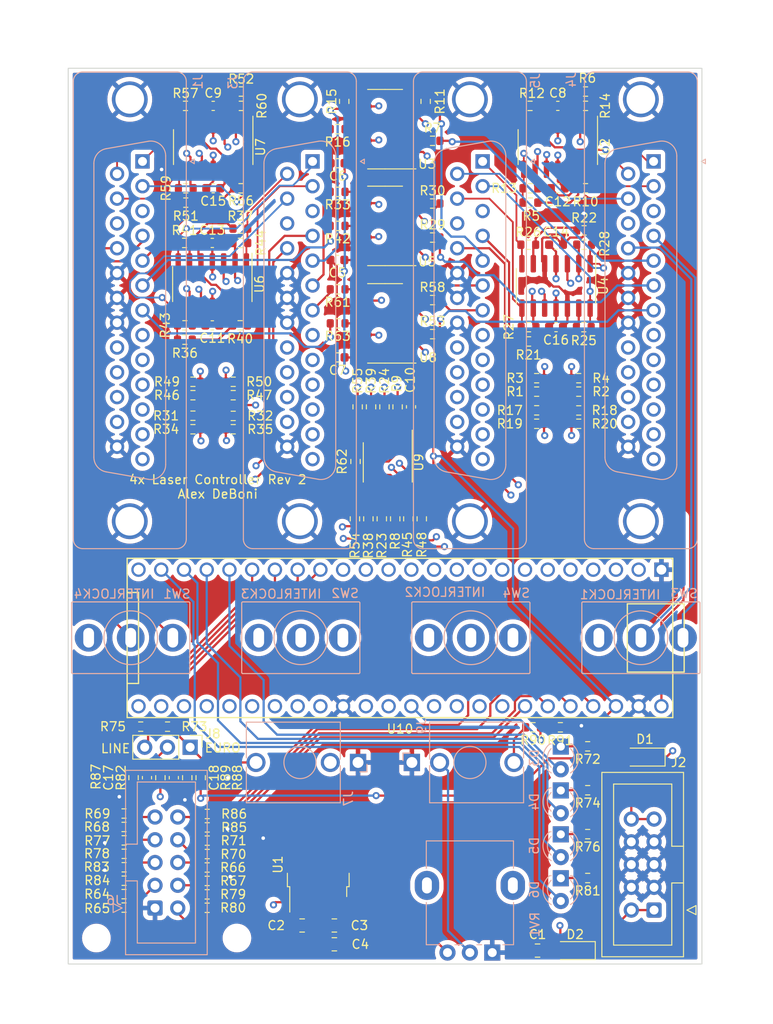
<source format=kicad_pcb>
(kicad_pcb (version 20211014) (generator pcbnew)
  (layers (0 "F.Cu" signal) (1 "In1.Cu" signal) (2 "In2.Cu" signal) (31 "B.Cu" signal) (34 "B.Paste" user) (35 "F.Paste" user) (36 "B.SilkS" user "B.Silkscreen") (37 "F.SilkS" user "F.Silkscreen") (38 "B.Mask" user) (39 "F.Mask" user) (44 "Edge.Cuts" user))
  (net 0 "")
  (net 1 "-12V")
  (net 2 "GND")
  (net 3 "+12V")
  (net 4 "+5V")
  (net 5 "+3V3")
  (net 6 "AUDIO_IN")
  (net 7 "Net-(D1-Pad2)")
  (net 8 "Net-(D2-Pad1)")
  (net 44 "P24_HI")
  (net 45 "P25_HI")
  (net 46 "P22_HI")
  (net 47 "P26_HI")
  (net 48 "EURO_IN")
  (net 49 "LINE_IN")
  (net 50 "MODE")
  (net 51 "Net-(R1-Pad1)")
  (net 52 "Net-(R7-Pad1)")
  (net 53 "SDA")
  (net 54 "SCL")
  (net 55 "Net-(R11-Pad1)")
  (net 56 "Net-(R12-Pad1)")
  (net 57 "Net-(R2-Pad1)")
  (net 58 "Net-(J4-Pad4)")
  (net 59 "P24")
  (net 60 "P22")
  (net 61 "P25")
  (net 62 "Net-(J5-Pad4)")
  (net 63 "P26")
  (net 64 "P20_HI")
  (net 65 "P21_HI")
  (net 66 "P23_HI")
  (net 80 "Net-(J9-PadTN)")
  (net 81 "P21")
  (net 82 "Net-(C17-Pad1)")
  (net 83 "Net-(C18-Pad2)")
  (net 84 "X+4")
  (net 85 "Y+4")
  (net 86 "R4")
  (net 87 "G4")
  (net 88 "B4")
  (net 89 "X-4")
  (net 90 "Y-4")
  (net 91 "X+3")
  (net 92 "Y+3")
  (net 93 "P20")
  (net 94 "R3")
  (net 95 "G3")
  (net 96 "B3")
  (net 97 "X-3")
  (net 98 "Y-3")
  (net 99 "X+1")
  (net 100 "Y+1")
  (net 101 "Net-(J4-Pad17)")
  (net 102 "R1")
  (net 103 "G1")
  (net 104 "B1")
  (net 105 "X-1")
  (net 106 "Y-1")
  (net 107 "X+2")
  (net 108 "Y+2")
  (net 109 "Net-(J5-Pad17)")
  (net 110 "R2")
  (net 111 "G2")
  (net 112 "B2")
  (net 113 "X-2")
  (net 114 "Y-2")
  (net 115 "P27_HI")
  (net 116 "P23")
  (net 120 "P27")
  (net 121 "R_LO1")
  (net 122 "R_LO2")
  (net 123 "R_LO3")
  (net 124 "R_LO4")
  (net 125 "G_LO1")
  (net 126 "G_LO2")
  (net 127 "G_LO3")
  (net 128 "G_LO4")
  (net 129 "B_LO1")
  (net 130 "B_LO2")
  (net 131 "B_LO3")
  (net 132 "B_LO4")
  (net 133 "X1_LO")
  (net 134 "X2_LO")
  (net 135 "X3_LO")
  (net 136 "X4_LO")
  (net 137 "Y4_LO")
  (net 138 "Y3_LO")
  (net 139 "Y2_LO")
  (net 140 "Y1_LO")
  (net 153 "Net-(R13-Pad1)")
  (net 154 "Net-(R14-Pad1)")
  (net 155 "Net-(R15-Pad1)")
  (net 156 "Net-(R10-Pad1)")
  (net 157 "Net-(R16-Pad1)")
  (net 158 "Net-(R17-Pad1)")
  (net 159 "Net-(R18-Pad1)")
  (net 160 "Net-(R21-Pad2)")
  (net 161 "Net-(R22-Pad2)")
  (net 162 "Net-(R23-Pad2)")
  (net 163 "Net-(R24-Pad2)")
  (net 164 "Net-(R29-Pad1)")
  (net 165 "Net-(R31-Pad1)")
  (net 166 "Net-(R32-Pad1)")
  (net 167 "Net-(R30-Pad1)")
  (net 168 "Net-(R33-Pad1)")
  (net 169 "Net-(R36-Pad2)")
  (net 170 "Net-(R37-Pad2)")
  (net 171 "Net-(R38-Pad2)")
  (net 172 "Net-(R39-Pad2)")
  (net 173 "Net-(R42-Pad1)")
  (net 174 "Net-(R46-Pad1)")
  (net 175 "Net-(R51-Pad2)")
  (net 176 "Net-(R47-Pad1)")
  (net 177 "Net-(D3-Pad1)")
  (net 178 "Net-(D3-Pad2)")
  (net 179 "Net-(D4-Pad1)")
  (net 180 "Net-(D4-Pad2)")
  (net 181 "Net-(D5-Pad1)")
  (net 182 "Net-(D5-Pad2)")
  (net 183 "Net-(D6-Pad1)")
  (net 184 "Net-(D6-Pad2)")
  (net 189 "Net-(J1-Pad4)")
  (net 190 "Net-(J1-Pad17)")
  (net 191 "Net-(J3-Pad4)")
  (net 193 "Net-(J3-Pad17)")
  (net 194 "Net-(J9-PadT)")
  (net 195 "Net-(R52-Pad2)")
  (net 196 "Net-(R53-Pad1)")
  (net 197 "Net-(R54-Pad2)")
  (net 198 "Net-(R55-Pad2)")
  (net 199 "Net-(R58-Pad1)")
  (net 200 "Net-(R61-Pad1)")
  (net 201 "Net-(R62-Pad2)")
  (net 202 "Net-(R63-Pad1)")
  (footprint "Resistor_SMD:R_0603_1608Metric" (layer "F.Cu") (at 133.365 53.9)
    (fp_text reference "R30")
    (fp_text value "100")
  )
  (footprint "Capacitor_SMD:C_0805_2012Metric" (layer "F.Cu") (at 145.1 137.3 180)
    (fp_text reference "C1")
    (fp_text value "22u")
  )
  (footprint "Resistor_SMD:R_0603_1608Metric" (layer "F.Cu") (at 105.765 43 180)
    (fp_text reference "R57")
    (fp_text value "10k")
  )
  (footprint "Resistor_SMD:R_0603_1608Metric" (layer "F.Cu") (at 111.865 67.5)
    (fp_text reference "R40")
    (fp_text value "10k")
  )
  (footprint "Resistor_SMD:R_0603_1608Metric" (layer "F.Cu") (at 105.665 58.3 180)
    (fp_text reference "R41")
    (fp_text value "10k")
  )
  (footprint "Resistor_SMD:R_0603_1608Metric" (layer "F.Cu") (at 108.19 129.525 180)
    (fp_text reference "R67")
    (fp_text value "100k")
  )
  (footprint "Capacitor_SMD:C_0603_1608Metric" (layer "F.Cu") (at 108.865 43)
    (fp_text reference "C9")
    (fp_text value "0.1u")
  )
  (footprint "Capacitor_SMD:C_0805_2012Metric" (layer "F.Cu") (at 118.8 134.5)
    (fp_text reference "C2")
    (fp_text value "22u")
  )
  (footprint "Resistor_SMD:R_0603_1608Metric" (layer "F.Cu") (at 130.665 89.1 -90)
    (fp_text reference "R45")
    (fp_text value "10k")
  )
  (footprint "Resistor_SMD:R_0603_1608Metric" (layer "F.Cu") (at 126.5 76.6 90)
    (fp_text reference "R39")
    (fp_text value "3.3k")
  )
  (footprint "Package_SO:TSSOP-16_4.4x5mm_P0.65mm" (layer "F.Cu") (at 128.365 82.8 -90)
    (fp_text reference "U9")
    (fp_text value "DAC7578xPW")
  )
  (footprint "Resistor_SMD:R_0603_1608Metric" (layer "F.Cu") (at 111.1 77.61)
    (fp_text reference "R32")
    (fp_text value "9.1k")
  )
  (footprint "Package_SO:SOIC-14_3.9x8.7mm_P1.27mm" (layer "F.Cu") (at 108.765 62.9 -90)
    (fp_text reference "U6")
    (fp_text value "TL074")
  )
  (footprint "Resistor_SMD:R_0603_1608Metric" (layer "F.Cu") (at 145 73.4)
    (fp_text reference "R3")
    (fp_text value "3.6k")
  )
  (footprint "Resistor_SMD:R_0603_1608Metric" (layer "F.Cu") (at 98.91 125 180)
    (fp_text reference "R77")
    (fp_text value "47k")
  )
  (footprint "Capacitor_SMD:C_0603_1608Metric" (layer "F.Cu") (at 147.365 52.2)
    (fp_text reference "C12")
    (fp_text value "0.1u")
  )
  (footprint "Resistor_SMD:R_0603_1608Metric" (layer "F.Cu") (at 144.6 112.375 180)
    (fp_text reference "R90")
    (fp_text value "47k")
  )
  (footprint "Capacitor_SMD:C_0603_1608Metric" (layer "F.Cu") (at 108.765 67.5 180)
    (fp_text reference "C11")
    (fp_text value "0.1u")
  )
  (footprint "Resistor_SMD:R_0603_1608Metric" (layer "F.Cu") (at 122.765 52.6 180)
    (fp_text reference "R33")
    (fp_text value "100")
  )
  (footprint "Resistor_SMD:R_0603_1608Metric" (layer "F.Cu") (at 150.465 41.4 180)
    (fp_text reference "R6")
    (fp_text value "10k")
  )
  (footprint "Resistor_SMD:R_0603_1608Metric" (layer "F.Cu") (at 149.7 78.49 180)
    (fp_text reference "R20")
    (fp_text value "3.6k")
  )
  (footprint "Resistor_SMD:R_0603_1608Metric" (layer "F.Cu") (at 98.91 128 180)
    (fp_text reference "R83")
    (fp_text value "47k")
  )
  (footprint "Resistor_SMD:R_0603_1608Metric" (layer "F.Cu") (at 122.765 56.4 180)
    (fp_text reference "R42")
    (fp_text value "100")
  )
  (footprint "Capacitor_SMD:C_0805_2012Metric" (layer "F.Cu") (at 122.4 134.5 180)
    (fp_text reference "C3")
    (fp_text value "22u")
  )
  (footprint "Resistor_SMD:R_0603_1608Metric" (layer "F.Cu") (at 150.7 129.2 180)
    (fp_text reference "R81")
    (fp_text value "68")
  )
  (footprint "Resistor_SMD:R_0603_1608Metric" (layer "F.Cu") (at 126.2 89.1 -90)
    (fp_text reference "R38")
    (fp_text value "3.3k")
  )
  (footprint "Resistor_SMD:R_0603_1608Metric" (layer "F.Cu") (at 105.8 53.8)
    (fp_text reference "R51")
    (fp_text value "10k")
  )
  (footprint "Resistor_SMD:R_0603_1608Metric" (layer "F.Cu") (at 106.6 79.1)
    (fp_text reference "R34")
    (fp_text value "3.6k")
  )
  (footprint "Capacitor_SMD:C_0603_1608Metric" (layer "F.Cu") (at 130.965 76.6 -90)
    (fp_text reference "C10")
    (fp_text value "0.1u")
  )
  (footprint "Resistor_SMD:R_0603_1608Metric" (layer "F.Cu") (at 149.7 77)
    (fp_text reference "R18")
    (fp_text value "9.1k")
  )
  (footprint "Resistor_SMD:R_0603_1608Metric" (layer "F.Cu") (at 132.6 42.5 90)
    (fp_text reference "R11")
    (fp_text value "100")
  )
  (footprint "Diode_SMD:D_SOD-123" (layer "F.Cu") (at 149.3 137.3 180)
    (fp_text reference "D2")
    (fp_text value "SM4007")
  )
  (footprint "Resistor_SMD:R_0603_1608Metric" (layer "F.Cu") (at 133.365 68.48)
    (fp_text reference "R53")
    (fp_text value "100")
  )
  (footprint "Resistor_SMD:R_0603_1608Metric" (layer "F.Cu") (at 150.465 52.2)
    (fp_text reference "R10")
    (fp_text value "10k")
  )
  (footprint "Resistor_SMD:R_0603_1608Metric" (layer "F.Cu") (at 149.7 74.9)
    (fp_text reference "R2")
    (fp_text value "9.1k")
  )
  (footprint "Capacitor_SMD:C_0603_1608Metric" (layer "F.Cu") (at 122.765 71.08 180)
    (fp_text reference "C7")
    (fp_text value "0.1u")
  )
  (footprint "Resistor_SMD:R_0603_1608Metric" (layer "F.Cu") (at 111.9 58.3)
    (fp_text reference "R44")
    (fp_text value "20k")
  )
  (footprint "Resistor_SMD:R_0603_1608Metric" (layer "F.Cu") (at 108.2 122.05 180)
    (fp_text reference "R86")
    (fp_text value "100k")
  )
  (footprint "Resistor_SMD:R_0603_1608Metric" (layer "F.Cu") (at 111.1 73.8 180)
    (fp_text reference "R50")
    (fp_text value "3.6k")
  )
  (footprint "Package_SO:SOIC-14_3.9x8.7mm_P1.27mm" (layer "F.Cu") (at 128.065 45.6 180)
    (fp_text reference "U3")
    (fp_text value "74LS125")
  )
  (footprint "Resistor_SMD:R_0603_1608Metric" (layer "F.Cu") (at 108.19 128.025)
    (fp_text reference "R66")
    (fp_text value "47k")
  )
  (footprint "Resistor_SMD:R_0603_1608Metric" (layer "F.Cu") (at 133.365 57.7)
    (fp_text reference "R29")
    (fp_text value "100")
  )
  (footprint "Resistor_SMD:R_0603_1608Metric" (layer "F.Cu") (at 150.7 114.5 180)
    (fp_text reference "R72")
    (fp_text value "68")
  )
  (footprint "Resistor_SMD:R_0603_1608Metric" (layer "F.Cu") (at 150.3 58.5)
    (fp_text reference "R28")
    (fp_text value "20k")
  )
  (footprint "Capacitor_SMD:C_0603_1608Metric" (layer "F.Cu") (at 147.165 67.7 180)
    (fp_text reference "C16")
    (fp_text value "0.1u")
  )
  (footprint "Package_SO:SOIC-14_3.9x8.7mm_P1.27mm" (layer "F.Cu") (at 108.865 47.6 -90)
    (fp_text reference "U7")
    (fp_text value "TL074")
  )
  (footprint "Resistor_SMD:R_0603_1608Metric" (layer "F.Cu") (at 112 41.4 180)
    (fp_text reference "R52")
    (fp_text value "10k")
  )
  (footprint "Resistor_SMD:R_0603_1608Metric" (layer "F.Cu") (at 111.9 56.7 180)
    (fp_text reference "R37")
    (fp_text value "10k")
  )
  (footprint "Resistor_SMD:R_0603_1608Metric" (layer "F.Cu") (at 98.9 122)
    (fp_text reference "R69")
    (fp_text value "100k")
  )
  (footprint "Capacitor_SMD:C_0603_1608Metric" (layer "F.Cu") (at 147.165 58.5)
    (fp_text reference "C14")
    (fp_text value "0.1u")
  )
  (footprint "Resistor_SMD:R_0603_1608Metric" (layer "F.Cu") (at 144.1 67.7 180)
    (fp_text reference "R27")
    (fp_text value "20k")
  )
  (footprint "Resistor_SMD:R_0603_1608Metric" (layer "F.Cu") (at 150.3 56.9 180)
    (fp_text reference "R22")
    (fp_text value "10k")
  )
  (footprint "Resistor_SMD:R_0603_1608Metric" (layer "F.Cu") (at 129.465 76.6 90)
    (fp_text reference "R9")
    (fp_text value "3.3k")
  )
  (footprint "Resistor_SMD:R_0603_1608Metric" (layer "F.Cu") (at 150.7 124.3 180)
    (fp_text reference "R76")
    (fp_text value "68")
  )
  (footprint "Package_SO:SOIC-14_3.9x8.7mm_P1.27mm" (layer "F.Cu") (at 128.065 56.4 180)
    (fp_text reference "U5")
    (fp_text value "74LS125")
  )
  (footprint "Resistor_SMD:R_0603_1608Metric" (layer "F.Cu") (at 106.6 73.8)
    (fp_text reference "R49")
    (fp_text value "3.6k")
  )
  (footprint "Resistor_SMD:R_0603_1608Metric" (layer "F.Cu") (at 105.965 118 90)
    (fp_text reference "R89")
    (fp_text value "2.2k")
  )
  (footprint "Resistor_SMD:R_0603_1608Metric" (layer "F.Cu") (at 108.2 125.025 180)
    (fp_text reference "R71")
    (fp_text value "100k")
  )
  (footprint "Resistor_SMD:R_0603_1608Metric" (layer "F.Cu") (at 108.19 131.025)
    (fp_text reference "R79")
    (fp_text value "47k")
  )
  (footprint "Capacitor_SMD:C_0603_1608Metric" (layer "F.Cu") (at 101.465 118 -90)
    (fp_text reference "C17")
    (fp_text value "10u")
  )
  (footprint "Resistor_SMD:R_0603_1608Metric" (layer "F.Cu") (at 98.9 123.5 180)
    (fp_text reference "R68")
    (fp_text value "47k")
  )
  (footprint "Resistor_SMD:R_0603_1608Metric" (layer "F.Cu") (at 122.765 45.6 180)
    (fp_text reference "R16")
    (fp_text value "100")
  )
  (footprint "Resistor_SMD:R_0603_1608Metric" (layer "F.Cu") (at 122.765 67.28 180)
    (fp_text reference "R63")
    (fp_text value "100")
  )
  (footprint "Resistor_SMD:R_0603_1608Metric" (layer "F.Cu") (at 106.6 75.3 180)
    (fp_text reference "R46")
    (fp_text value "9.1k")
  )
  (footprint "Capacitor_SMD:C_0805_2012Metric" (layer "F.Cu") (at 122.4 136.6 180)
    (fp_text reference "C4")
    (fp_text value "22u")
  )
  (footprint "Package_TO_SOT_SMD:TO-252-2" (layer "F.Cu") (at 120.6 127.7 90)
    (fp_text reference "U1")
    (fp_text value "L7805")
  )
  (footprint "Resistor_SMD:R_0603_1608Metric" (layer "F.Cu") (at 123.5 42.5 -90)
    (fp_text reference "R15")
    (fp_text value "100")
  )
  (footprint "Resistor_SMD:R_0603_1608Metric" (layer "F.Cu") (at 150.7 119.4 180)
    (fp_text reference "R74")
    (fp_text value "68")
  )
  (footprint "Resistor_SMD:R_0603_1608Metric" (layer "F.Cu") (at 133.365 64.68)
    (fp_text reference "R58")
    (fp_text value "100")
  )
  (footprint "Capacitor_SMD:C_0603_1608Metric" (layer "F.Cu") (at 108.865 52.2 180)
    (fp_text reference "C15")
    (fp_text value "0.1u")
  )
  (footprint "Resistor_SMD:R_0603_1608Metric" (layer "F.Cu") (at 150.265 67.7)
    (fp_text reference "R25")
    (fp_text value "10k")
  )
  (footprint "MountingHole:MountingHole_2.2mm_M2" (layer "F.Cu") (at 111.515 135.9)
    (fp_text reference "H1")
    (fp_text value "MountingHole")
  )
  (footprint "Resistor_SMD:R_0603_1608Metric" (layer "F.Cu") (at 103.765 112.3 180)
    (fp_text reference "R73")
    (fp_text value "100k")
  )
  (footprint "Resistor_SMD:R_0603_1608Metric" (layer "F.Cu") (at 106.6 77.59 180)
    (fp_text reference "R31")
    (fp_text value "9.1k")
  )
  (footprint "Resistor_SMD:R_0603_1608Metric" (layer "F.Cu") (at 98.91 126.5)
    (fp_text reference "R78")
    (fp_text value "100k")
  )
  (footprint "Resistor_SMD:R_0603_1608Metric" (layer "F.Cu") (at 102.965 118 -90)
    (fp_text reference "R82")
    (fp_text value "47k")
  )
  (footprint "Resistor_SMD:R_0603_1608Metric" (layer "F.Cu") (at 107.465 118 90)
    (fp_text reference "R88")
    (fp_text value "2.2k")
  )
  (footprint "Resistor_SMD:R_0603_1608Metric" (layer "F.Cu") (at 129.2 89.1 -90)
    (fp_text reference "R8")
    (fp_text value "3.3k")
  )
  (footprint "Capacitor_SMD:C_0603_1608Metric" (layer "F.Cu") (at 108.765 58.3)
    (fp_text reference "C13")
    (fp_text value "0.1u")
  )
  (footprint "Connector_IDC:IDC-Header_2x05_P2.54mm_Vertical" (layer "F.Cu") (at 158.1175 132.78 180)
    (fp_text reference "J2")
    (fp_text value "Conn_02x05_Odd_Even")
  )
  (footprint "Resistor_SMD:R_0603_1608Metric" (layer "F.Cu") (at 145 78.49)
    (fp_text reference "R19")
    (fp_text value "3.6k")
  )
  (footprint "Capacitor_SMD:C_0603_1608Metric" (layer "F.Cu") (at 122.74 60.2 180)
    (fp_text reference "C5")
    (fp_text value "0.1u")
  )
  (footprint "Capacitor_SMD:C_0603_1608Metric" (layer "F.Cu") (at 147.365 43)
    (fp_text reference "C8")
    (fp_text value "0.1u")
  )
  (footprint "Resistor_SMD:R_0603_1608Metric" (layer "F.Cu") (at 132.165 89.1 -90)
    (fp_text reference "R48")
    (fp_text value "10k")
  )
  (footprint "Connector_PinHeader_2.54mm:PinHeader_1x03_P2.54mm_Vertical" (layer "F.Cu") (at 106.29 114.6 -90)
    (fp_text reference "J8")
    (fp_text value "Conn_01x03")
  )
  (footprint "Resistor_SMD:R_0603_1608Metric" (layer "F.Cu") (at 144.3 52.2 180)
    (fp_text reference "R13")
    (fp_text value "20k")
  )
  (footprint "Package_SO:SOIC-14_3.9x8.7mm_P1.27mm" (layer "F.Cu") (at 147.365 47.6 -90)
    (fp_text reference "U2")
    (fp_text value "TL074")
  )
  (footprint "Alex Custom:Teensy41" (layer "F.Cu") (at 129.73 102.4 180)
    (fp_text reference "U10")
    (fp_text value "Teensy4.1")
  )
  (footprint "Resistor_SMD:R_0603_1608Metric" (layer "F.Cu") (at 100.765 112.3)
    (fp_text reference "R75")
    (fp_text value "47k")
  )
  (footprint "Resistor_SMD:R_0603_1608Metric" (layer "F.Cu") (at 111.1 75.3)
    (fp_text reference "R47")
    (fp_text value "9.1k")
  )
  (footprint "Package_SO:SOIC-14_3.9x8.7mm_P1.27mm" (layer "F.Cu") (at 128.065 67.28 180)
    (fp_text reference "U8")
    (fp_text value "74LS125")
  )
  (footprint "Resistor_SMD:R_0603_1608Metric" (layer "F.Cu") (at 150.465 43)
    (fp_text reference "R14")
    (fp_text value "20k")
  )
  (footprint "Resistor_SMD:R_0603_1608Metric" (layer "F.Cu") (at 105.8 52.2 180)
    (fp_text reference "R59")
    (fp_text value "20k")
  )
  (footprint "Resistor_SMD:R_0603_1608Metric" (layer "F.Cu") (at 144.265 43 180)
    (fp_text reference "R12")
    (fp_text value "10k")
  )
  (footprint "Capacitor_SMD:C_0603_1608Metric" (layer "F.Cu") (at 104.465 118 90)
    (fp_text reference "C18")
    (fp_text value "10u")
  )
  (footprint "Resistor_SMD:R_0603_1608Metric" (layer "F.Cu") (at 105.7 67.5 180)
    (fp_text reference "R43")
    (fp_text value "20k")
  )
  (footprint "Resistor_SMD:R_0603_1608Metric" (layer "F.Cu") (at 124.765 82.7 -90)
    (fp_text reference "R62")
    (fp_text value "10k")
  )
  (footprint "Resistor_SMD:R_0603_1608Metric" (layer "F.Cu") (at 99.965 118 90)
    (fp_text reference "R87")
    (fp_text value "47k")
  )
  (footprint "Resistor_SMD:R_0603_1608Metric" (layer "F.Cu") (at 108.19 132.525 180)
    (fp_text reference "R80")
    (fp_text value "100k")
  )
  (footprint "Capacitor_SMD:C_0603_1608Metric" (layer "F.Cu") (at 122.765 49.4 180)
    (fp_text reference "C6")
    (fp_text value "0.1u")
  )
  (footprint "Resistor_SMD:R_0603_1608Metric" (layer "F.Cu") (at 98.91 129.5)
    (fp_text reference "R84")
    (fp_text value "100k")
  )
  (footprint "Resistor_SMD:R_0603_1608Metric" (layer "F.Cu") (at 125 76.6 90)
    (fp_text reference "R55")
    (fp_text value "3.3k")
  )
  (footprint "Diode_SMD:D_SOD-123" (layer "F.Cu") (at 157.1 115.7 180)
    (fp_text reference "D1")
    (fp_text value "SM4007")
  )
  (footprint "Resistor_SMD:R_0603_1608Metric" (layer "F.Cu") (at 111.965 52.2)
    (fp_text reference "R56")
    (fp_text value "10k")
  )
  (footprint "Resistor_SMD:R_0603_1608Metric" (layer "F.Cu") (at 122.765 63.48 180)
    (fp_text reference "R61")
    (fp_text value "100")
  )
  (footprint "Resistor_SMD:R_0603_1608Metric" (layer "F.Cu") (at 133.365 46.9)
    (fp_text reference "R7")
    (fp_text value "100")
  )
  (footprint "Resistor_SMD:R_0603_1608Metric" (layer "F.Cu") (at 145 76.99 180)
    (fp_text reference "R17")
    (fp_text value "9.1k")
  )
  (footprint "Package_SO:SOIC-14_3.9x8.7mm_P1.27mm" (layer "F.Cu") (at 147.165 63.1 -90)
    (fp_text reference "U4")
    (fp_text value "TL074")
  )
  (footprint "Resistor_SMD:R_0603_1608Metric" (layer "F.Cu") (at 149.7 73.4 180)
    (fp_text reference "R4")
    (fp_text value "3.6k")
  )
  (footprint "Resistor_SMD:R_0603_1608Metric" (layer "F.Cu") (at 144.065 58.5 180)
    (fp_text reference "R26")
    (fp_text value "10k")
  )
  (footprint "Resistor_SMD:R_0603_1608Metric" (layer "F.Cu") (at 98.9 132.5)
    (fp_text reference "R65")
    (fp_text value "100k")
  )
  (footprint "Resistor_SMD:R_0603_1608Metric" (layer "F.Cu") (at 147.65 112.375)
    (fp_text reference "R91")
    (fp_text value "100k")
  )
  (footprint "Resistor_SMD:R_0603_1608Metric" (layer "F.Cu") (at 144.1 69.3)
    (fp_text reference "R21")
    (fp_text value "10k")
  )
  (footprint "MountingHole:MountingHole_2.2mm_M2" (layer "F.Cu") (at 95.815 135.9)
    (fp_text reference "H2")
    (fp_text value "MountingHole")
  )
  (footprint "Resistor_SMD:R_0603_1608Metric" (layer "F.Cu") (at 127.7 89.1 -90)
    (fp_text reference "R23")
    (fp_text value "3.3k")
  )
  (footprint "Resistor_SMD:R_0603_1608Metric" (layer "F.Cu") (at 112 43)
    (fp_text reference "R60")
    (fp_text value "20k")
  )
  (footprint "Resistor_SMD:R_0603_1608Metric" (layer "F.Cu") (at 144.3 53.8)
    (fp_text reference "R5")
    (fp_text value "10k")
  )
  (footprint "Resistor_SMD:R_0603_1608Metric" (layer "F.Cu") (at 124.7 89.1 -90)
    (fp_text reference "R54")
    (fp_text value "3.3k")
  )
  (footprint "Resistor_SMD:R_0603_1608Metric" (layer "F.Cu") (at 108.2 123.55)
    (fp_text reference "R85")
    (fp_text value "47k")
  )
  (footprint "Resistor_SMD:R_0603_1608Metric" (layer "F.Cu") (at 145 74.9 180)
    (fp_text reference "R1")
    (fp_text value "9.1k")
  )
  (footprint "Resistor_SMD:R_0603_1608Metric" (layer "F.Cu") (at 108.2 126.525)
    (fp_text reference "R70")
    (fp_text value "47k")
  )
  (footprint "Resistor_SMD:R_0603_1608Metric" (layer "F.Cu") (at 128 76.6 90)
    (fp_text reference "R24")
    (fp_text value "3.3k")
  )
  (footprint "Resistor_SMD:R_0603_1608Metric" (layer "F.Cu") (at 98.9 131 180)
    (fp_text reference "R64")
    (fp_text value "47k")
  )
  (footprint "Resistor_SMD:R_0603_1608Metric" (layer "F.Cu") (at 105.7 69.1)
    (fp_text reference "R36")
    (fp_text value "10k")
  )
  (footprint "Resistor_SMD:R_0603_1608Metric" (layer "F.Cu") (at 111.1 79.1 180)
    (fp_text reference "R35")
    (fp_text value "3.6k")
  )
  (footprint "4MS Switches:Switch_Toggle_SPDT_Mini_SolderLug" (layer "B.Cu") (at 137.65 102.375 90)
    (fp_text reference "SW4")
    (fp_text value "INTERLOCK2")
  )
  (footprint "LED_THT:LED_D3.0mm" (layer "B.Cu") (at 147.7 114.525 -90)
    (fp_text reference "D3")
    (fp_text value "LED")
  )
  (footprint "Connector_IDC:IDC-Header_2x05_P2.54mm_Vertical" (layer "B.Cu") (at 102.365 132.55)
    (fp_text reference "J6")
    (fp_text value "Conn_02x05_Odd_Even")
  )
  (footprint "Connector_Dsub:DSUB-25_Female_Vertical_P2.77x2.84mm_MountingHoles" (layer "B.Cu") (at 138.965 49.2 90)
    (fp_text reference "J5")
    (fp_text value "ILDA2")
  )
  (footprint "LED_THT:LED_D3.0mm" (layer "B.Cu") (at 147.7 119.425 -90)
    (fp_text reference "D4")
    (fp_text value "LED")
  )
  (footprint "Potentiometer_THT:Potentiometer_Alpha_RD901F-40-00D_Single_Vertical" (layer "B.Cu") (at 140.04 137.525 90)
    (fp_text reference "RV1")
    (fp_text value "R_Potentiometer_US")
  )
  (footprint "Connector_Dsub:DSUB-25_Female_Vertical_P2.77x2.84mm_MountingHoles" (layer "B.Cu") (at 119.965 49.2 90)
    (fp_text reference "J3")
    (fp_text value "ILDA3")
  )
  (footprint "LED_THT:LED_D3.0mm" (layer "B.Cu") (at 147.7 124.325 -90)
    (fp_text reference "D5")
    (fp_text value "LED")
  )
  (footprint "4MS Switches:Switch_Toggle_SPDT_Mini_SolderLug" (layer "B.Cu") (at 156.65 102.375 90)
    (fp_text reference "SW3")
    (fp_text value "INTERLOCK1")
  )
  (footprint "Connector_Dsub:DSUB-25_Female_Vertical_P2.77x2.84mm_MountingHoles" (layer "B.Cu") (at 158.065 49.2 90)
    (fp_text reference "J4")
    (fp_text value "ILDA1")
  )
  (footprint "Connector_Audio:Jack_3.5mm_QingPu_WQP-PJ398SM_Vertical_CircularHoles" (layer "B.Cu") (at 131.06 116.3 -90)
    (fp_text reference "J9")
    (fp_text value "MODE")
  )
  (footprint "Connector_Audio:Jack_3.5mm_QingPu_WQP-PJ398SM_Vertical_CircularHoles" (layer "B.Cu") (at 125.045 116.3 90)
    (fp_text reference "J7")
    (fp_text value "AUDIO_IN")
  )
  (footprint "Connector_Dsub:DSUB-25_Female_Vertical_P2.77x2.84mm_MountingHoles" (layer "B.Cu") (at 100.965 49.2 90)
    (fp_text reference "J1")
    (fp_text value "ILDA4")
  )
  (footprint "4MS Switches:Switch_Toggle_SPDT_Mini_SolderLug" (layer "B.Cu") (at 99.65 102.375 90)
    (fp_text reference "SW1")
    (fp_text value "INTERLOCK4")
  )
  (footprint "LED_THT:LED_D3.0mm" (layer "B.Cu") (at 147.7 129.225 -90)
    (fp_text reference "D6")
    (fp_text value "LED")
  )
  (footprint "4MS Switches:Switch_Toggle_SPDT_Mini_SolderLug" (layer "B.Cu") (at 118.65 102.375 90)
    (fp_text reference "SW2")
    (fp_text value "INTERLOCK3")
  )
  (gr_rect (start 92.665 38.8) (end 163.465 138.8) (layer "Edge.Cuts") (width 0.1) (fill none))
  (gr_text "4x Laser Controller Rev 2\nAlex DeBoni" (at 109.375 85.525) (layer "F.SilkS") (effects (font (size 1 1))))
  (gr_text "LINE" (at 97.95 114.75) (layer "F.SilkS") (effects (font (size 1 1))))
  (gr_text "EURO" (at 109.925 114.675) (layer "F.SilkS") (effects (font (size 1 1))))
  (segment (start 108.765 66.725) (end 107.99 67.5) (width 0.25) (layer "F.Cu") (net 1))
  (segment (start 108.865 50.075) (end 108.865 48.5) (width 0.25) (layer "F.Cu") (net 1))
  (segment (start 147.365 50.075) (end 147.365 48.5) (width 0.25) (layer "F.Cu") (net 1))
  (segment (start 108.765 63.735) (end 108.8 63.7) (width 0.25) (layer "F.Cu") (net 1))
  (segment (start 147.65 134.55) (end 147.6 134.5) (width 0.25) (layer "F.Cu") (net 1))
  (segment (start 108.765 65.375) (end 108.765 66.725) (width 0.25) (layer "F.Cu") (net 1))
  (segment (start 147.165 65.575) (end 147.165 63.9) (width 0.25) (layer "F.Cu") (net 1))
  (segment (start 147.65 137.3) (end 147.65 134.55) (width 0.25) (layer "F.Cu") (net 1))
  (segment (start 108.865 50.075) (end 108.865 51.425) (width 0.25) (layer "F.Cu") (net 1))
  (segment (start 108.765 65.375) (end 108.765 63.735) (width 0.25) (layer "F.Cu") (net 1))
  (segment (start 147.165 65.575) (end 147.165 66.925) (width 0.25) (layer "F.Cu") (net 1))
  (segment (start 147.165 66.925) (end 146.39 67.7) (width 0.25) (layer "F.Cu") (net 1))
  (segment (start 146.05 137.3) (end 147.65 137.3) (width 0.25) (layer "F.Cu") (net 1))
  (segment (start 148.14 52.2) (end 147.365 51.425) (width 0.25) (layer "F.Cu") (net 1))
  (segment (start 147.365 51.425) (end 147.365 50.075) (width 0.25) (layer "F.Cu") (net 1))
  (segment (start 108.865 51.425) (end 108.09 52.2) (width 0.25) (layer "F.Cu") (net 1))
  (via (at 147.6 134.5) (size 0.8) (drill 0.4) (layers "F.Cu" "B.Cu") (net 1))
  (via (at 147.165 63.9) (size 0.8) (drill 0.4) (layers "F.Cu" "B.Cu") (net 1))
  (via (at 108.8 63.7) (size 0.8) (drill 0.4) (layers "F.Cu" "B.Cu") (net 1))
  (via (at 108.865 48.5) (size 0.8) (drill 0.4) (layers "F.Cu" "B.Cu") (net 1))
  (via (at 147.365 48.5) (size 0.8) (drill 0.4) (layers "F.Cu" "B.Cu") (net 1))
  (segment (start 107.637862 42.2) (end 108.84 42.2) (width 0.25) (layer "F.Cu") (net 2))
  (segment (start 107.595 45.125) (end 107.31548 44.84548) (width 0.25) (layer "F.Cu") (net 2))
  (segment (start 108.84 42.2) (end 109.64 43) (width 0.25) (layer "F.Cu") (net 2))
  (segment (start 147.94 58.5) (end 148.73952 57.70048) (width 0.25) (layer "F.Cu") (net 2))
  (segment (start 123.665 82.7) (end 126.865 82.7) (width 0.25) (layer "F.Cu") (net 2))
  (segment (start 145.81548 42.44952) (end 146.06452 42.20048) (width 0.25) (layer "F.Cu") (net 2))
  (segment (start 108.74 57.5) (end 109.54 58.3) (width 0.25) (layer "F.Cu") (net 2))
  (segment (start 147.14048 57.70048) (end 147.94 58.5) (width 0.25) (layer "F.Cu") (net 2))
  (segment (start 126.865 82.7) (end 128.465 82.7) (width 0.25) (layer "F.Cu") (net 2))
  (segment (start 150.057263 57.70048) (end 150.265 57.492743) (width 0.25) (layer "F.Cu") (net 2))
  (segment (start 147.475489 63.175489) (end 148.435 64.135) (width 0.25) (layer "F.Cu") (net 2))
  (segment (start 146.095 46.695) (end 147.024511 47.624511) (width 0.25) (layer "F.Cu") (net 2))
  (segment (start 122.66452 68.40048) (end 122.689511 68.425471) (width 0.25) (layer "F.Cu") (net 2))
  (segment (start 148.635 48.335) (end 148.635 50.075) (width 0.25) (layer "F.Cu") (net 2))
  (segment (start 110.135 48.735) (end 110.135 50.075) (width 0.25) (layer "F.Cu") (net 2))
  (segment (start 126.865 83.3) (end 126.865 82.7) (width 0.25) (layer "F.Cu") (net 2))
  (segment (start 148.635 50.075) (end 148.91452 50.35452) (width 0.25) (layer "F.Cu") (net 2))
  (segment (start 107.21548 57.785238) (end 107.500718 57.5) (width 0.25) (layer "F.Cu") (net 2))
  (segment (start 129.34 85.6625) (end 129.34 84.875) (width 0.25) (layer "F.Cu") (net 2))
  (segment (start 110.035 63.835) (end 110.035 65.375) (width 0.25) (layer "F.Cu") (net 2))
  (segment (start 122.689511 70.380489) (end 121.99 71.08) (width 0.25) (layer "F.Cu") (net 2))
  (segment (start 145.61548 60.34548) (end 145.61548 57.84952) (width 0.25) (layer "F.Cu") (net 2))
  (segment (start 96.86 125.275) (end 98.085 126.5) (width 0.25) (layer "F.Cu") (net 2))
  (segment (start 107.500718 57.5) (end 108.74 57.5) (width 0.25) (layer "F.Cu") (net 2))
  (segment (start 145.895 60.625) (end 145.895 62.195) (width 0.25) (layer "F.Cu") (net 2))
  (segment (start 121.965 60.2) (end 122.66452 60.89952) (width 0.25) (layer "F.Cu") (net 2))
  (segment (start 128.665 84.2) (end 127.765 84.2) (width 0.25) (layer "F.Cu") (net 2))
  (segment (start 148.73952 57.70048) (end 150.057263 57.70048) (width 0.25) (layer "F.Cu") (net 2))
  (segment (start 107.595 45.125) (end 107.595 46.805592) (width 0.25) (layer "F.Cu") (net 2))
  (segment (start 121.99 81.025) (end 123.665 82.7) (width 0.25) (layer "F.Cu") (net 2))
  (segment (start 146.06452 42.20048) (end 147.34048 42.20048) (width 0.25) (layer "F.Cu") (net 2))
  (segment (start 148.435 64.135) (end 148.435 65.575) (width 0.25) (layer "F.Cu") (net 2))
  (segment (start 148.435 67.205) (end 147.94 67.7) (width 0.25) (layer "F.Cu") (net 2))
  (segment (start 147.024511 47.624511) (end 147.924511 47.624511) (width 0.25) (layer "F.Cu") (net 2))
  (segment (start 145.61548 57.84952) (end 145.76452 57.70048) (width 0.25) (layer "F.Cu") (net 2))
  (segment (start 146.875489 63.175489) (end 147.475489 63.175489) (width 0.25) (layer "F.Cu") (net 2))
  (segment (start 147.34048 42.20048) (end 148.14 43) (width 0.25) (layer "F.Cu") (net 2))
  (segment (start 108.650875 62.975489) (end 109.175489 62.975489) (width 0.25) (layer "F.Cu") (net 2))
  (segment (start 148.91452 50.35452) (end 148.91452 52.68548) (width 0.25) (layer "F.Cu") (net 2))
  (segment (start 128.465 82.7) (end 129.99 81.175) (width 0.25) (layer "F.Cu") (net 2))
  (segment (start 129.34 84.875) (end 128.665 84.2) (width 0.25) (layer "F.Cu") (net 2))
  (segment (start 110.035 65.375) (end 110.035 67.005) (width 0.25) (layer "F.Cu") (net 2))
  (segment (start 148.435 65.575) (end 148.435 67.205) (width 0.25) (layer "F.Cu") (net 2))
  (segment (start 122.66452 60.89952) (end 122.66452 68.40048) (width 0.25) (layer "F.Cu") (net 2))
  (segment (start 122.689511 68.425471) (end 122.689511 70.380489) (width 0.25) (layer "F.Cu") (net 2))
  (segment (start 121.99 71.08) (end 121.99 81.025) (width 0.25) (layer "F.Cu") (net 2))
  (segment (start 147.924511 47.624511) (end 148.635 48.335) (width 0.25) (layer "F.Cu") (net 2))
  (segment (start 145.895 62.195) (end 146.875489 63.175489) (width 0.25) (layer "F.Cu") (net 2))
  (segment (start 110.035 67.005) (end 109.54 67.5) (width 0.25) (layer "F.Cu") (net 2))
  (segment (start 147.38952 52.99952) (end 146.59 52.2) (width 0.25) (layer "F.Cu") (net 2))
  (segment (start 107.495 61.819614) (end 108.650875 62.975489) (width 0.25) (layer "F.Cu") (net 2))
  (segment (start 145.81548 44.84548) (end 145.81548 42.44952) (width 0.25) (layer "F.Cu") (net 2))
  (segment (start 148.60048 52.99952) (end 147.38952 52.99952) (width 0.25) (layer "F.Cu") (net 2))
  (segment (start 107.21548 60.14548) (end 107.21548 57.785238) (width 0.25) (layer "F.Cu") (net 2))
  (segment (start 127.765 84.2) (end 126.865 83.3) (width 0.25) (layer "F.Cu") (net 2))
  (segment (start 109.175489 47.775489) (end 110.135 48.735) (width 0.25) (layer "F.Cu") (net 2))
  (segment (start 96.91 128.325) (end 98.085 129.5) (width 0.25) (layer "F.Cu") (net 2))
  (segment (start 109.025 125.025) (end 109.175 125.025) (width 0.25) (layer "F.Cu") (net 2))
  (segment (start 107.495 60.425) (end 107.495 61.819614) (width 0.25) (layer "F.Cu") (net 2))
  (segment (start 96.75 125.275) (end 96.86 125.275) (width 0.25) (layer "F.Cu") (net 2))
  (segment (start 110.135 50.075) (end 110.135 51.705) (width 0.25) (layer "F.Cu") (net 2))
  (segment (start 109.175 125.025) (end 110.475 123.725) (width 0.25) (layer "F.Cu") (net 2))
  (segment (start 109.175489 62.975489) (end 110.035 63.835) (width 0.25) (layer "F.Cu") (net 2))
  (segment (start 148.91452 52.68548) (end 148.60048 52.99952) (width 0.25) (layer "F.Cu") (net 2))
  (segment (start 110.135 51.705) (end 109.64 52.2) (width 0.25) (layer "F.Cu") (net 2))
  (segment (start 107.31548 44.84548) (end 107.31548 42.522382) (width 0.25) (layer "F.Cu") (net 2))
  (segment (start 96.75 128.325) (end 96.91 128.325) (width 0.25) (layer "F.Cu") (net 2))
  (segment (start 146.095 45.125) (end 145.81548 44.84548) (width 0.25) (layer "F.Cu") (net 2))
  (segment (start 107.495 60.425) (end 107.21548 60.14548) (width 0.25) (layer "F.Cu") (net 2))
  (segment (start 150.265 57.492743) (end 150.265 55) (width 0.25) (layer "F.Cu") (net 2))
  (segment (start 146.095 45.125) (end 146.095 46.695) (width 0.25) (layer "F.Cu") (net 2))
  (segment (start 129.99 81.175) (end 129.99 79.9375) (width 0.25) (layer "F.Cu") (net 2))
  (segment (start 145.76452 57.70048) (end 147.14048 57.70048) (width 0.25) (layer "F.Cu") (net 2))
  (segment (start 145.895 60.625) (end 145.61548 60.34548) (width 0.25) (layer "F.Cu") (net 2))
  (segment (start 108.564897 47.775489) (end 109.175489 47.775489) (width 0.25) (layer "F.Cu") (net 2))
  (segment (start 107.31548 42.522382) (end 107.637862 42.2) (width 0.25) (layer "F.Cu") (net 2))
  (segment (start 107.595 46.805592) (end 108.564897 47.775489) (width 0.25) (layer "F.Cu") (net 2))
  (via (at 96.75 128.325) (size 0.8) (drill 0.4) (layers "F.Cu" "B.Cu") (net 2))
  (via (at 96.75 125.275) (size 0.8) (drill 0.4) (layers "F.Cu" "B.Cu") (net 2))
  (via (at 114.45 124.75) (size 0.8) (drill 0.4) (layers "F.Cu" "B.Cu") (net 2))
  (via (at 103.1 50.1) (size 0.8) (drill 0.4) (layers "F.Cu" "B.Cu") (net 2))
  (via (at 98.375 120.125) (size 0.8) (drill 0.4) (layers "F.Cu" "B.Cu") (net 2))
  (via (at 105.7 120.475) (size 0.8) (drill 0.4) (layers "F.Cu" "B.Cu") (net 2))
  (via (at 110.775 129.05) (size 0.8) (drill 0.4) (layers "F.Cu" "B.Cu") (net 2))
  (via (at 150.265 55) (size 0.8) (drill 0.4) (layers "F.Cu" "B.Cu") (net 2))
  (via (at 150 112.2) (size 0.8) (drill 0.4) (layers "F.Cu" "B.Cu") (net 2))
  (via (at 110.475 123.725) (size 0.8) (drill 0.4) (layers "F.Cu" "B.Cu") (net 2))
  (via (at 110.49539 118.007486) (size 0.8) (drill 0.4) (layers "F.Cu" "B.Cu") (net 2))
  (segment (start 108.765 59.075) (end 107.99 58.3) (width 0.25) (layer "F.Cu") (net 3))
  (segment (start 147.365 45.125) (end 147.365 46.9) (width 0.25) (layer "F.Cu") (net 3))
  (segment (start 108.865 45.125) (end 108.865 46.9) (width 0.25) (layer "F.Cu") (net 3))
  (segment (start 108.765 62.065) (end 108.8 62.1) (width 0.25) (layer "F.Cu") (net 3))
  (segment (start 147.165 59.275) (end 146.39 58.5) (width 0.25) (layer "F.Cu") (net 3))
  (segment (start 108.765 60.425) (end 108.765 62.065) (width 0.25) (layer "F.Cu") (net 3))
  (segment (start 118.32 131.9) (end 118.32 134.03) (width 0.25) (layer "F.Cu") (net 3))
  (segment (start 147.365 45.125) (end 147.365 43.775) (width 0.25) (layer "F.Cu") (net 3))
  (segment (start 159.5 115.7) (end 160.2 115) (width 0.25) (layer "F.Cu") (net 3))
  (segment (start 147.165 60.625) (end 147.165 59.275) (width 0.25) (layer "F.Cu") (net 3))
  (segment (start 118.32 134.03) (end 117.85 134.5) (width 0.25) (layer "F.Cu") (net 3))
  (segment (start 147.365 43.775) (end 146.59 43) (width 0.25) (layer "F.Cu") (net 3))
  (segment (start 108.865 45.125) (end 108.865 43.775) (width 0.25) (layer "F.Cu") (net 3))
  (segment (start 108.865 43.775) (end 108.09 43) (width 0.25) (layer "F.Cu") (net 3))
  (segment (start 118.32 131.9) (end 115.8 131.9) (width 0.25) (layer "F.Cu") (net 3))
  (segment (start 147.165 60.625) (end 147.165 62.3) (width 0.25) (layer "F.Cu") (net 3))
  (segment (start 158.75 115.7) (end 159.5 115.7) (width 0.25) (layer "F.Cu") (net 3))
  (segment (start 115.8 131.9) (end 115.6 132.2) (width 0.25) (layer "F.Cu") (net 3))
  (segment (start 108.765 60.425) (end 108.765 59.075) (width 0.25) (layer "F.Cu") (net 3))
  (via (at 108.865 46.9) (size 0.8) (drill 0.4) (layers "F.Cu" "B.Cu") (net 3))
  (via (at 108.8 62.1) (size 0.8) (drill 0.4) (layers "F.Cu" "B.Cu") (net 3))
  (via (at 147.165 62.3) (size 0.8) (drill 0.4) (layers "F.Cu" "B.Cu") (net 3))
  (via (at 160.2 115) (size 0.8) (drill 0.4) (layers "F.Cu" "B.Cu") (net 3))
  (via (at 115.6 132.2) (size 0.8) (drill 0.4) (layers "F.Cu" "B.Cu") (net 3))
  (via (at 147.365 46.9) (size 0.8) (drill 0.4) (layers "F.Cu" "B.Cu") (net 3))
  (segment (start 110.9 133.9) (end 114.9 129.9) (width 0.25) (layer "F.Cu") (net 4))
  (segment (start 125.59 71.09) (end 123.55 71.09) (width 0.25) (layer "F.Cu") (net 4))
  (segment (start 123.515 60.2) (end 123.515 61.45) (width 0.25) (layer "F.Cu") (net 4))
  (segment (start 104.905 133.105) (end 105.7 133.9) (width 0.25) (layer "F.Cu") (net 4))
  (segment (start 105.7 133.9) (end 110.9 133.9) (width 0.25) (layer "F.Cu") (net 4))
  (segment (start 105.775 76.375) (end 105.775 77.59) (width 0.25) (layer "F.Cu") (net 4))
  (segment (start 111.925 75.3) (end 111.925 76.475) (width 0.25) (layer "F.Cu") (net 4))
  (segment (start 105.775 76.375) (end 111.825 76.375) (width 0.25) (layer "F.Cu") (net 4))
  (segment (start 152.8 79.275) (end 152.8 84) (width 0.25) (layer "F.Cu") (net 4))
  (segment (start 123.55 49.41) (end 123.54 49.4) (width 0.25) (layer "F.Cu") (net 4))
  (segment (start 123.35 136.6) (end 123.35 134.5) (width 0.25) (layer "F.Cu") (net 4))
  (segment (start 157.6 85.1) (end 161.4 88.9) (width 0.25) (layer "F.Cu") (net 4))
  (segment (start 105.775 75.3) (end 105.775 76.375) (width 0.25) (layer "F.Cu") (net 4))
  (segment (start 161.4 88.9) (end 161.4 98.2) (width 0.25) (layer "F.Cu") (net 4))
  (segment (start 123.565 50.9) (end 123.54 50.875) (width 0.25) (layer "F.Cu") (net 4))
  (segment (start 144.175 76.99) (end 144.175 75.925) (width 0.25) (layer "F.Cu") (net 4))
  (segment (start 158.94 100.66) (end 158.94 110.02) (width 0.25) (layer "F.Cu") (net 4))
  (segment (start 125.59 49.41) (end 123.55 49.41) (width 0.25) (layer "F.Cu") (net 4))
  (segment (start 120.88 129.9) (end 122.88 131.9) (width 0.25) (layer "F.Cu") (net 4))
  (segment (start 134.115 136.6) (end 135.04 137.525) (width 0.25) (layer "F.Cu") (net 4))
  (segment (start 153.9 85.1) (end 157.6 85.1) (width 0.25) (layer "F.Cu") (net 4))
  (segment (start 123.525 60.21) (end 123.515 60.2) (width 0.25) (layer "F.Cu") (net 4))
  (segment (start 123.54 71.08) (end 123.54 72.475) (width 0.25) (layer "F.Cu") (net 4))
  (segment (start 111.925 76.475) (end 111.925 77.61) (width 0.25) (layer "F.Cu") (net 4))
  (segment (start 150.525 77) (end 152.8 79.275) (width 0.25) (layer "F.Cu") (net 4))
  (segment (start 144.175 75.925) (end 150.525 75.925) (width 0.25) (layer "F.Cu") (net 4))
  (segment (start 161.4 98.2) (end 158.94 100.66) (width 0.25) (layer "F.Cu") (net 4))
  (segment (start 150.525 75.925) (end 150.525 74.9) (width 0.25) (layer "F.Cu") (net 4))
  (segment (start 114.9 129.9) (end 120.88 129.9) (width 0.25) (layer "F.Cu") (net 4))
  (segment (start 123.54 50.875) (end 123.54 49.4) (width 0.25) (layer "F.Cu") (net 4))
  (segment (start 144.175 75.925) (end 144.175 74.9) (width 0.25) (layer "F.Cu") (net 4))
  (segment (start 152.8 84) (end 153.9 85.1) (width 0.25) (layer "F.Cu") (net 4))
  (segment (start 122.88 134.03) (end 123.35 134.5) (width 0.25) (layer "F.Cu") (net 4))
  (segment (start 111.85 76.4) (end 113.6 76.4) (width 0.25) (layer "F.Cu") (net 4))
  (segment (start 111.825 76.375) (end 111.925 76.475) (width 0.25) (layer "F.Cu") (net 4))
  (segment (start 150.525 77) (end 150.525 75.925) (width 0.25) (layer "F.Cu") (net 4))
  (segment (start 122.88 131.9) (end 122.88 134.03) (width 0.25) (layer "F.Cu") (net 4))
  (segment (start 104.905 132.55) (end 104.905 133.105) (width 0.25) (layer "F.Cu") (net 4))
  (segment (start 125.59 60.21) (end 123.525 60.21) (width 0.25) (layer "F.Cu") (net 4))
  (segment (start 123.55 71.09) (end 123.54 71.08) (width 0.25) (layer "F.Cu") (net 4))
  (segment (start 123.35 136.6) (end 134.115 136.6) (width 0.25) (layer "F.Cu") (net 4))
  (segment (start 123.54 72.475) (end 123.665 72.6) (width 0.25) (layer "F.Cu") (net 4))
  (via (at 123.565 50.9) (size 0.8) (drill 0.4) (layers "F.Cu" "B.Cu") (net 4))
  (via (at 123.665 72.6) (size 0.8) (drill 0.4) (layers "F.Cu" "B.Cu") (net 4))
  (via (at 113.6 76.4) (size 0.8) (drill 0.4) (layers "F.Cu" "B.Cu") (net 4))
  (via (at 123.515 61.45) (size 0.8) (drill 0.4) (layers "F.Cu" "B.Cu") (net 4))
  (segment (start 123.565 50.9) (end 123.565 61.4) (width 0.25) (layer "B.Cu") (net 4))
  (segment (start 123.515 72.45) (end 123.665 72.6) (width 0.25) (layer "B.Cu") (net 4))
  (segment (start 123.565 61.4) (end 123.515 61.45) (width 0.25) (layer "B.Cu") (net 4))
  (segment (start 123.515 61.45) (end 123.515 72.45) (width 0.25) (layer "B.Cu") (net 4))
  (segment (start 133.465 79.875) (end 130.965 77.375) (width 0.25) (layer "F.Cu") (net 5))
  (segment (start 129.34 80.625361) (end 129.34 79.9375) (width 0.25) (layer "F.Cu") (net 5))
  (segment (start 132.34 89.925) (end 133.465 88.8) (width 0.25) (layer "F.Cu") (net 5))
  (segment (start 150.059511 115.840489) (end 150.7 115.2) (width 0.25) (layer "F.Cu") (net 5))
  (segment (start 129.34 79.9375) (end 129.34 79) (width 0.25) (layer "F.Cu") (net 5))
  (segment (start 126.464159 80.99952) (end 128.965841 80.99952) (width 0.25) (layer "F.Cu") (net 5))
  (segment (start 127.065 120) (end 142.2 120) (width 0.25) (layer "F.Cu") (net 5))
  (segment (start 126.09 79.9375) (end 126.09 80.625361) (width 0.25) (layer "F.Cu") (net 5))
  (segment (start 126.09 80.625361) (end 126.464159 80.99952) (width 0.25) (layer "F.Cu") (net 5))
  (segment (start 150.7 113.18) (end 153.86 110.02) (width 0.25) (layer "F.Cu") (net 5))
  (segment (start 124.765 81.2625) (end 126.09 79.9375) (width 0.25) (layer "F.Cu") (net 5))
  (segment (start 107.465 118.825) (end 107.465 120.3) (width 0.25) (layer "F.Cu") (net 5))
  (segment (start 132.165 89.925) (end 130.665 89.925) (width 0.25) (layer "F.Cu") (net 5))
  (segment (start 146.359511 115.840489) (end 150.059511 115.840489) (width 0.25) (layer "F.Cu") (net 5))
  (segment (start 129.34 79) (end 130.965 77.375) (width 0.25) (layer "F.Cu") (net 5))
  (segment (start 124.765 81.875) (end 124.765 81.2625) (width 0.25) (layer "F.Cu") (net 5))
  (segment (start 142.2 120) (end 146.359511 115.840489) (width 0.25) (layer "F.Cu") (net 5))
  (segment (start 133.465 82.1) (end 133.465 79.875) (width 0.25) (layer "F.Cu") (net 5))
  (segment (start 150.7 115.2) (end 150.7 113.18) (width 0.25) (layer "F.Cu") (net 5))
  (segment (start 133.465 88.8) (end 133.465 82.1) (width 0.25) (layer "F.Cu") (net 5))
  (segment (start 128.965841 80.99952) (end 129.34 80.625361) (width 0.25) (layer "F.Cu") (net 5))
  (segment (start 132.165 89.925) (end 132.34 89.925) (width 0.25) (layer "F.Cu") (net 5))
  (via (at 107.465 120.3) (size 0.8) (drill 0.4) (layers "F.Cu" "B.Cu") (net 5))
  (via (at 133.465 82.1) (size 0.8) (drill 0.4) (layers "F.Cu" "B.Cu") (net 5))
  (via (at 127.065 120) (size 0.8) (drill 0.4) (layers "F.Cu" "B.Cu") (net 5))
  (segment (start 107.465 120.3) (end 107.765 120) (width 0.25) (layer "B.Cu") (net 5))
  (segment (start 153.86 110.02) (end 142.365 98.525) (width 0.25) (layer "B.Cu") (net 5))
  (segment (start 134.265 82.1) (end 133.465 82.1) (width 0.25) (layer "B.Cu") (net 5))
  (segment (start 107.765 120) (end 127.065 120) (width 0.25) (layer "B.Cu") (net 5))
  (segment (start 142.365 98.525) (end 142.365 90.2) (width 0.25) (layer "B.Cu") (net 5))
  (segment (start 142.365 90.2) (end 134.265 82.1) (width 0.25) (layer "B.Cu") (net 5))
  (segment (start 102.965 118.825) (end 102.965 120.099999) (width 0.25) (layer "F.Cu") (net 6))
  (segment (start 101.515 118.825) (end 101.465 118.775) (width 0.25) (layer "F.Cu") (net 6))
  (segment (start 102.965 118.825) (end 101.515 118.825) (width 0.25) (layer "F.Cu") (net 6))
  (segment (start 102.965 120.099999) (end 102.946812 120.118187) (width 0.25) (layer "F.Cu") (net 6))
  (via (at 102.946812 120.118187) (size 0.8) (drill 0.4) (layers "F.Cu" "B.Cu") (net 6))
  (segment (start 155.5775 115.8275) (end 155.45 115.7) (width 0.25) (layer "F.Cu") (net 7))
  (segment (start 155.5775 122.62) (end 155.5775 115.8275) (width 0.25) (layer "F.Cu") (net 7))
  (segment (start 155.5775 122.62) (end 158.1175 122.62) (width 0.25) (layer "F.Cu") (net 7))
  (segment (start 151.0575 137.3) (end 155.5775 132.78) (width 0.25) (layer "F.Cu") (net 8))
  (segment (start 158.1175 132.78) (end 155.5775 132.78) (width 0.25) (layer "F.Cu") (net 8))
  (segment (start 150.95 137.3) (end 151.0575 137.3) (width 0.25) (layer "F.Cu") (net 8))
  (segment (start 100.835 122.39) (end 102.365 122.39) (width 0.25) (layer "F.Cu") (net 44))
  (segment (start 99.725 123.5) (end 100.835 122.39) (width 0.25) (layer "F.Cu") (net 44))
  (segment (start 99.735 125) (end 99.805 124.93) (width 0.25) (layer "F.Cu") (net 45))
  (segment (start 99.805 124.93) (end 102.365 124.93) (width 0.25) (layer "F.Cu") (net 45))
  (segment (start 106.5 126.525) (end 104.905 124.93) (width 0.25) (layer "F.Cu") (net 46))
  (segment (start 107.375 126.525) (end 106.5 126.525) (width 0.25) (layer "F.Cu") (net 46))
  (segment (start 99.735 128) (end 100.265 127.47) (width 0.25) (layer "F.Cu") (net 47))
  (segment (start 100.265 127.47) (end 102.365 127.47) (width 0.25) (layer "F.Cu") (net 47))
  (segment (start 107.99 116.3) (end 106.29 114.6) (width 0.25) (layer "F.Cu") (net 48))
  (segment (start 104.59 112.9) (end 106.29 114.6) (width 0.25) (layer "F.Cu") (net 48))
  (segment (start 113.645 116.3) (end 107.99 116.3) (width 0.25) (layer "F.Cu") (net 48))
  (segment (start 104.59 112.3) (end 104.59 112.9) (width 0.25) (layer "F.Cu") (net 48))
  (segment (start 102.94 112.3) (end 101.59 112.3) (width 0.25) (layer "F.Cu") (net 49))
  (segment (start 101.59 114.22) (end 101.21 114.6) (width 0.25) (layer "F.Cu") (net 49))
  (segment (start 101.59 112.3) (end 101.59 114.22) (width 0.25) (layer "F.Cu") (net 49))
  (segment (start 145.425 112.375) (end 145.425 113.775) (width 0.25) (layer "F.Cu") (net 50))
  (segment (start 145.425 113.775) (end 145.475 113.825) (width 0.25) (layer "F.Cu") (net 50))
  (segment (start 145.425 112.375) (end 146.825 112.375) (width 0.25) (layer "F.Cu") (net 50))
  (via (at 145.475 113.825) (size 0.8) (drill 0.4) (layers "F.Cu" "B.Cu") (net 50))
  (segment (start 131 110.02) (end 132.53048 111.55048) (width 0.25) (layer "B.Cu") (net 50))
  (segment (start 132.53048 111.55048) (end 143.20048 111.55048) (width 0.25) (layer "B.Cu") (net 50))
  (segment (start 143.20048 111.55048) (end 145.475 113.825) (width 0.25) (layer "B.Cu") (net 50))
  (segment (start 145.825 73.4) (end 145.825 72.175) (width 0.25) (layer "F.Cu") (net 51))
  (segment (start 145.825 74.9) (end 145.825 73.4) (width 0.25) (layer "F.Cu") (net 51))
  (segment (start 146.095 50.075) (end 146.122081 48.437418) (width 0.25) (layer "F.Cu") (net 51))
  (segment (start 145.825 72.175) (end 145.9 72.1) (width 0.25) (layer "F.Cu") (net 51))
  (via (at 145.9 72.1) (size 0.8) (drill 0.4) (layers "F.Cu" "B.Cu") (net 51))
  (via (at 146.122081 48.437418) (size 0.8) (drill 0.4) (layers "F.Cu" "B.Cu") (net 51))
  (segment (start 132.51 46.87) (end 132.54 46.9) (width 0.25) (layer "F.Cu") (net 52))
  (segment (start 130.54 46.87) (end 132.51 46.87) (width 0.25) (layer "F.Cu") (net 52))
  (segment (start 128.774856 83.354897) (end 129.99 84.570041) (width 0.25) (layer "F.Cu") (net 53))
  (segment (start 129.99 84.570041) (end 129.99 85.6625) (width 0.25) (layer "F.Cu") (net 53))
  (segment (start 129.99 87.6) (end 130.665 88.275) (width 0.25) (layer "F.Cu") (net 53))
  (segment (start 129.99 85.6625) (end 129.99 87.6) (width 0.25) (layer "F.Cu") (net 53))
  (via (at 128.774856 83.354897) (size 0.8) (drill 0.4) (layers "F.Cu" "B.Cu") (net 53))
  (segment (start 130.64 86.75) (end 132.165 88.275) (width 0.25) (layer "F.Cu") (net 54))
  (segment (start 130.64 85.6625) (end 130.64 86.75) (width 0.25) (layer "F.Cu") (net 54))
  (segment (start 130.64 85.6625) (end 130.64 83.875) (width 0.25) (layer "F.Cu") (net 54))
  (segment (start 130.64 83.875) (end 129.665 82.9) (width 0.25) (layer "F.Cu") (net 54))
  (via (at 129.665 82.9) (size 0.8) (drill 0.4) (layers "F.Cu" "B.Cu") (net 54))
  (segment (start 130.54 43.06) (end 132.5 43.06) (width 0.25) (layer "F.Cu") (net 55))
  (segment (start 132.5 43.06) (end 132.54 43.1) (width 0.25) (layer "F.Cu") (net 55))
  (segment (start 145.09 42.175) (end 146.265 41) (width 0.25) (layer "F.Cu") (net 56))
  (segment (start 144.825 45.125) (end 144.825 43.265) (width 0.25) (layer "F.Cu") (net 56))
  (segment (start 149.24 41) (end 149.64 41.4) (width 0.25) (layer "F.Cu") (net 56))
  (segment (start 146.265 41) (end 149.24 41) (width 0.25) (layer "F.Cu") (net 56))
  (segment (start 145.09 43) (end 145.09 42.175) (width 0.25) (layer "F.Cu") (net 56))
  (segment (start 144.825 43.265) (end 145.09 43) (width 0.25) (layer "F.Cu") (net 56))
  (segment (start 148.875 73.4) (end 148.875 72.125) (width 0.25) (layer "F.Cu") (net 57))
  (segment (start 148.875 72.125) (end 148.9 72.1) (width 0.25) (layer "F.Cu") (net 57))
  (segment (start 148.635 47.335) (end 149.2 47.9) (width 0.25) (layer "F.Cu") (net 57))
  (segment (start 148.875 73.4) (end 148.875 74.9) (width 0.25) (layer "F.Cu") (net 57))
  (segment (start 148.635 45.125) (end 148.635 47.335) (width 0.25) (layer "F.Cu") (net 57))
  (segment (start 149.2 47.9) (end 152.7 47.9) (width 0.25) (layer "F.Cu") (net 57))
  (via (at 148.9 72.1) (size 0.8) (drill 0.4) (layers "F.Cu" "B.Cu") (net 57))
  (via (at 152.7 47.9) (size 0.8) (drill 0.4) (layers "F.Cu" "B.Cu") (net 57))
  (segment (start 161.35 99.75) (end 161.35 102.375) (width 0.25) (layer "B.Cu") (net 58))
  (segment (start 162.725 62.17) (end 162.725 98.375) (width 0.25) (layer "B.Cu") (net 58))
  (segment (start 162.725 98.375) (end 161.35 99.75) (width 0.25) (layer "B.Cu") (net 58))
  (segment (start 158.065 57.51) (end 162.725 62.17) (width 0.25) (layer "B.Cu") (net 58))
  (segment (start 98.075 123.5) (end 98.225 123.5) (width 0.25) (layer "F.Cu") (net 59))
  (segment (start 105.475 106.8) (end 112.275 100) (width 0.25) (layer "F.Cu") (net 59))
  (segment (start 112.275 100) (end 115.62 100) (width 0.25) (layer "F.Cu") (net 59))
  (segment (start 101.375 106.8) (end 105.475 106.8) (width 0.25) (layer "F.Cu") (net 59))
  (segment (start 98.225 123.5) (end 99.725 122) (width 0.25) (layer "F.Cu") (net 59))
  (segment (start 115.62 100) (end 120.84 94.78) (width 0.25) (layer "F.Cu") (net 59))
  (segment (start 96.49856 121.92356) (end 96.49856 111.67644) (width 0.25) (layer "F.Cu") (net 59))
  (segment (start 96.49856 111.67644) (end 101.375 106.8) (width 0.25) (layer "F.Cu") (net 59))
  (segment (start 98.075 123.5) (end 96.49856 121.92356) (width 0.25) (layer "F.Cu") (net 59))
  (segment (start 139.825 111.1) (end 139.825 109.7647) (width 0.25) (layer "F.Cu") (net 60))
  (segment (start 107.375 125.025) (end 107.525 125.025) (width 0.25) (layer "F.Cu") (net 60))
  (segment (start 139.825 109.7647) (end 141.143731 108.445969) (width 0.25) (layer "F.Cu") (net 60))
  (segment (start 120.503566 112.575) (end 138.35 112.575) (width 0.25) (layer "F.Cu") (net 60))
  (segment (start 107.525 125.025) (end 109.025 126.525) (width 0.25) (layer "F.Cu") (net 60))
  (segment (start 111.65096 121.427605) (end 120.503566 112.575) (width 0.25) (layer "F.Cu") (net 60))
  (segment (start 147.205969 108.445969) (end 148.78 110.02) (width 0.25) (layer "F.Cu") (net 60))
  (segment (start 141.143731 108.445969) (end 147.205969 108.445969) (width 0.25) (layer "F.Cu") (net 60))
  (segment (start 109.025 126.525) (end 111.65096 123.89904) (width 0.25) (layer "F.Cu") (net 60))
  (segment (start 111.65096 123.89904) (end 111.65096 121.427605) (width 0.25) (layer "F.Cu") (net 60))
  (segment (start 138.35 112.575) (end 139.825 111.1) (width 0.25) (layer "F.Cu") (net 60))
  (segment (start 114.825 99.475) (end 118.3 96) (width 0.25) (layer "F.Cu") (net 61))
  (segment (start 98.085 125) (end 96.04904 122.96404) (width 0.25) (layer "F.Cu") (net 61))
  (segment (start 99.585 126.5) (end 98.085 125) (width 0.25) (layer "F.Cu") (net 61))
  (segment (start 101.214282 106.325) (end 105.314282 106.325) (width 0.25) (layer "F.Cu") (net 61))
  (segment (start 112.164282 99.475) (end 114.825 99.475) (width 0.25) (layer "F.Cu") (net 61))
  (segment (start 96.04904 111.490242) (end 101.214282 106.325) (width 0.25) (layer "F.Cu") (net 61))
  (segment (start 96.04904 122.96404) (end 96.04904 111.490242) (width 0.25) (layer "F.Cu") (net 61))
  (segment (start 99.735 126.5) (end 99.585 126.5) (width 0.25) (layer "F.Cu") (net 61))
  (segment (start 105.314282 106.325) (end 112.164282 99.475) (width 0.25) (layer "F.Cu") (net 61))
  (segment (start 118.3 96) (end 118.3 94.78) (width 0.25) (layer "F.Cu") (net 61))
  (segment (start 141.91644 84.26644) (end 142.95 85.3) (width 0.25) (layer "F.Cu") (net 62))
  (segment (start 138.965 57.51) (end 141.91644 60.46144) (width 0.25) (layer "F.Cu") (net 62))
  (segment (start 141.91644 60.46144) (end 141.91644 84.26644) (width 0.25) (layer "F.Cu") (net 62))
  (via (at 142.95 85.3) (size 0.8) (drill 0.4) (layers "F.Cu" "B.Cu") (net 62))
  (segment (start 101.028564 105.875) (end 105.128564 105.875) (width 0.25) (layer "F.Cu") (net 63))
  (segment (start 95.59952 125.51452) (end 95.59952 111.304044) (width 0.25) (layer "F.Cu") (net 63))
  (segment (start 95.59952 111.304044) (end 101.028564 105.875) (width 0.25) (layer "F.Cu") (net 63))
  (segment (start 111.978085 99.02548) (end 113.69952 99.02548) (width 0.25) (layer "F.Cu") (net 63))
  (segment (start 105.128564 105.875) (end 111.978085 99.02548) (width 0.25) (layer "F.Cu") (net 63))
  (segment (start 98.235 128) (end 99.735 129.5) (width 0.25) (layer "F.Cu") (net 63))
  (segment (start 98.085 128) (end 95.59952 125.51452) (width 0.25) (layer "F.Cu") (net 63))
  (segment (start 115.76 96.965) (end 115.76 94.78) (width 0.25) (layer "F.Cu") (net 63))
  (segment (start 98.085 128) (end 98.235 128) (width 0.25) (layer "F.Cu") (net 63))
  (segment (start 113.69952 99.02548) (end 115.76 96.965) (width 0.25) (layer "F.Cu") (net 63))
  (segment (start 104.905 130.01) (end 106.35 130.01) (width 0.25) (layer "F.Cu") (net 64))
  (segment (start 106.35 130.01) (end 107.365 131.025) (width 0.25) (layer "F.Cu") (net 64))
  (segment (start 104.905 127.47) (end 106.81 127.47) (width 0.25) (layer "F.Cu") (net 65))
  (segment (start 106.81 127.47) (end 107.365 128.025) (width 0.25) (layer "F.Cu") (net 65))
  (segment (start 106.215 122.39) (end 107.375 123.55) (width 0.25) (layer "F.Cu") (net 66))
  (segment (start 104.905 122.39) (end 106.215 122.39) (width 0.25) (layer "F.Cu") (net 66))
  (segment (start 135.099511 117.239511) (end 135.099511 135.084511) (width 0.25) (layer "B.Cu") (net 80))
  (segment (start 135.099511 135.084511) (end 137.54 137.525) (width 0.25) (layer "B.Cu") (net 80))
  (segment (start 134.16 116.3) (end 135.099511 117.239511) (width 0.25) (layer "B.Cu") (net 80))
  (segment (start 109.74952 127.29048) (end 111.34048 127.29048) (width 0.25) (layer "F.Cu") (net 81))
  (segment (start 107.365 129.525) (end 107.515 129.525) (width 0.25) (layer "F.Cu") (net 81))
  (segment (start 142.575489 109.474022) (end 143.154022 108.895489) (width 0.25) (layer "F.Cu") (net 81))
  (segment (start 109.015 128.025) (end 109.74952 127.29048) (width 0.25) (layer "F.Cu") (net 81))
  (segment (start 112.10048 126.53048) (end 112.10048 121.613802) (width 0.25) (layer "F.Cu") (net 81))
  (segment (start 140.010798 113.05048) (end 142.575489 110.485789) (width 0.25) (layer "F.Cu") (net 81))
  (segment (start 107.515 129.525) (end 109.015 128.025) (width 0.25) (layer "F.Cu") (net 81))
  (segment (start 112.10048 121.613802) (end 120.663803 113.05048) (width 0.25) (layer "F.Cu") (net 81))
  (segment (start 143.154022 108.895489) (end 145.115489 108.895489) (width 0.25) (layer "F.Cu") (net 81))
  (segment (start 111.34048 127.29048) (end 112.10048 126.53048) (width 0.25) (layer "F.Cu") (net 81))
  (segment (start 142.575489 110.485789) (end 142.575489 109.474022) (width 0.25) (layer "F.Cu") (net 81))
  (segment (start 145.115489 108.895489) (end 146.24 110.02) (width 0.25) (layer "F.Cu") (net 81))
  (segment (start 120.663803 113.05048) (end 140.010798 113.05048) (width 0.25) (layer "F.Cu") (net 81))
  (segment (start 101.415 117.175) (end 101.465 117.225) (width 0.25) (layer "F.Cu") (net 82))
  (segment (start 101.465 116.885) (end 101.465 117.225) (width 0.25) (layer "F.Cu") (net 82))
  (segment (start 99.965 117.175) (end 101.415 117.175) (width 0.25) (layer "F.Cu") (net 82))
  (segment (start 103.75 114.6) (end 101.465 116.885) (width 0.25) (layer "F.Cu") (net 82))
  (segment (start 104.515 117.175) (end 104.465 117.225) (width 0.25) (layer "F.Cu") (net 83))
  (segment (start 107.465 117.175) (end 105.965 117.175) (width 0.25) (layer "F.Cu") (net 83))
  (segment (start 102.965 117.175) (end 104.415 117.175) (width 0.25) (layer "F.Cu") (net 83))
  (segment (start 104.415 117.175) (end 104.465 117.225) (width 0.25) (layer "F.Cu") (net 83))
  (segment (start 105.965 117.175) (end 104.515 117.175) (width 0.25) (layer "F.Cu") (net 83))
  (segment (start 100.965 49.2) (end 105.04 45.125) (width 0.2) (layer "F.Cu") (net 84))
  (segment (start 105.04 45.125) (end 105.055 45.125) (width 0.2) (layer "F.Cu") (net 84))
  (segment (start 105.055 45.125) (end 105.055 43.115) (width 0.2) (layer "F.Cu") (net 84))
  (segment (start 105.055 43.115) (end 104.94 43) (width 0.2) (layer "F.Cu") (net 84))
  (segment (start 112.79 52.375) (end 111.465 53.7) (width 0.2) (layer "F.Cu") (net 85))
  (segment (start 112.79 52.2) (end 112.79 52.375) (width 0.2) (layer "F.Cu") (net 85))
  (segment (start 112.675 50.075) (end 112.675 52.085) (width 0.2) (layer "F.Cu") (net 85))
  (segment (start 112.675 52.085) (end 112.79 52.2) (width 0.2) (layer "F.Cu") (net 85))
  (via (at 111.465 53.7) (size 0.8) (drill 0.4) (layers "F.Cu" "B.Cu") (net 85))
  (segment (start 109.735 51.97) (end 111.465 53.7) (width 0.2) (layer "B.Cu") (net 85))
  (segment (start 100.965 51.97) (end 109.735 51.97) (width 0.2) (layer "B.Cu") (net 85))
  (segment (start 111.565 55.5) (end 115.165 51.9) (width 0.25) (layer "F.Cu") (net 86))
  (segment (start 105.745 55.5) (end 111.565 55.5) (width 0.25) (layer "F.Cu") (net 86))
  (segment (start 100.965 60.28) (end 105.745 55.5) (width 0.25) (layer "F.Cu") (net 86))
  (segment (start 115.165 48.9) (end 118.465 45.6) (width 0.25) (layer "F.Cu") (net 86))
  (segment (start 118.465 45.6) (end 121.94 45.6) (width 0.25) (layer "F.Cu") (net 86))
  (segment (start 115.165 51.9) (end 115.165 48.9) (width 0.25) (layer "F.Cu") (net 86))
  (segment (start 121.94 58.075) (end 121.965 58.1) (width 0.25) (layer "F.Cu") (net 87))
  (segment (start 121.94 56.4) (end 121.94 58.075) (width 0.25) (layer "F.Cu") (net 87))
  (via (at 121.965 58.1) (size 0.8) (drill 0.4) (layers "F.Cu" "B.Cu") (net 87))
  (segment (start 117.865 60.2) (end 119.265 58.8) (width 0.25) (layer "B.Cu") (net 87))
  (segment (start 121.265 58.8) (end 121.965 58.1) (width 0.25) (layer "B.Cu") (net 87))
  (segment (start 119.265 58.8) (end 121.265 58.8) (width 0.25) (layer "B.Cu") (net 87))
  (segment (start 103.815 60.2) (end 117.865 60.2) (width 0.25) (layer "B.Cu") (net 87))
  (segment (start 100.965 63.05) (end 103.815 60.2) (width 0.25) (layer "B.Cu") (net 87))
  (segment (start 121.94 68.775) (end 121.965 68.8) (width 0.25) (layer "F.Cu") (net 88))
  (segment (start 121.94 67.28) (end 121.94 68.775) (width 0.25) (layer "F.Cu") (net 88))
  (via (at 121.965 68.8) (size 0.8) (drill 0.4) (layers "F.Cu" "B.Cu") (net 88))
  (segment (start 117.565 68.4) (end 103.545 68.4) (width 0.25) (layer "B.Cu") (net 88))
  (segment (start 121.965 68.8) (end 120.865 69.9) (width 0.25) (layer "B.Cu") (net 88))
  (segment (start 119.065 69.9) (end 117.565 68.4) (width 0.25) (layer "B.Cu") (net 88))
  (segment (start 120.865 69.9) (end 119.065 69.9) (width 0.25) (layer "B.Cu") (net 88))
  (segment (start 103.545 68.4) (end 100.965 65.82) (width 0.25) (layer "B.Cu") (net 88))
  (segment (start 112.675 43.115) (end 112.79 43) (width 0.2) (layer "F.Cu") (net 89))
  (segment (start 111.69 40.3) (end 112.79 41.4) (width 0.2) (layer "F.Cu") (net 89))
  (segment (start 112.675 45.125) (end 112.675 43.115) (width 0.2) (layer "F.Cu") (net 89))
  (segment (start 112.79 41.4) (end 112.79 43) (width 0.2) (layer "F.Cu") (net 89))
  (segment (start 98.125 47.94) (end 105.765 40.3) (width 0.2) (layer "F.Cu") (net 89))
  (segment (start 105.765 40.3) (end 111.69 40.3) (width 0.2) (layer "F.Cu") (net 89))
  (segment (start 98.125 50.585) (end 98.125 47.94) (width 0.2) (layer "F.Cu") (net 89))
  (segment (start 104.94 53.8) (end 104.94 52.2) (width 0.2) (layer "F.Cu") (net 90))
  (segment (start 98.125 53.355) (end 104.495 53.355) (width 0.2) (layer "F.Cu") (net 90))
  (segment (start 104.495 53.355) (end 104.94 53.8) (width 0.2) (layer "F.Cu") (net 90))
  (segment (start 105.055 50.075) (end 105.055 52.085) (width 0.2) (layer "F.Cu") (net 90))
  (segment (start 105.055 52.085) (end 104.94 52.2) (width 0.2) (layer "F.Cu") (net 90))
  (segment (start 104.84 57.725) (end 105.865 56.7) (width 0.2) (layer "F.Cu") (net 91))
  (segment (start 104.84 58.3) (end 104.84 57.725) (width 0.2) (layer "F.Cu") (net 91))
  (segment (start 104.955 58.415) (end 104.84 58.3) (width 0.2) (layer "F.Cu") (net 91))
  (segment (start 104.955 60.425) (end 104.955 58.415) (width 0.2) (layer "F.Cu") (net 91))
  (via (at 105.865 56.7) (size 0.8) (drill 0.4) (layers "F.Cu" "B.Cu") (net 91))
  (segment (start 111.465 56.7) (end 116.265 51.9) (width 0.2) (layer "B.Cu") (net 91))
  (segment (start 117.765 51.9) (end 119.965 49.7) (width 0.2) (layer "B.Cu") (net 91))
  (segment (start 116.265 51.9) (end 117.765 51.9) (width 0.2) (layer "B.Cu") (net 91))
  (segment (start 105.865 56.7) (end 111.465 56.7) (width 0.2) (layer "B.Cu") (net 91))
  (segment (start 119.965 49.7) (end 119.965 49.2) (width 0.2) (layer "B.Cu") (net 91))
  (segment (start 112.575 67.385) (end 112.69 67.5) (width 0.2) (layer "F.Cu") (net 92))
  (segment (start 112.575 65.375) (end 112.575 67.385) (width 0.2) (layer "F.Cu") (net 92))
  (segment (start 112.575 65.375) (end 113.820003 64.129997) (width 0.2) (layer "F.Cu") (net 92))
  (segment (start 113.820003 54.455003) (end 116.305006 51.97) (width 0.2) (layer "F.Cu") (net 92))
  (segment (start 116.305006 51.97) (end 119.965 51.97) (width 0.2) (layer "F.Cu") (net 92))
  (segment (start 113.820003 64.129997) (end 113.820003 54.455003) (width 0.2) (layer "F.Cu") (net 92))
  (segment (start 120.85 113.5) (end 140.22 113.5) (width 0.25) (layer "F.Cu") (net 93))
  (segment (start 111.05 131.025) (end 112.55 129.525) (width 0.25) (layer "F.Cu") (net 93))
  (segment (start 107.515 132.525) (end 109.015 131.025) (width 0.25) (layer "F.Cu") (net 93))
  (segment (start 112.55 121.8) (end 120.85 113.5) (width 0.25) (layer "F.Cu") (net 93))
  (segment (start 112.55 129.525) (end 112.55 121.8) (width 0.25) (layer "F.Cu") (net 93))
  (segment (start 109.015 131.025) (end 111.05 131.025) (width 0.25) (layer "F.Cu") (net 93))
  (segment (start 140.22 113.5) (end 143.7 110.02) (width 0.25) (layer "F.Cu") (net 93))
  (segment (start 122.14 43.325) (end 121.965 43.5) (width 0.25) (layer "F.Cu") (net 94))
  (segment (start 123.5 43.325) (end 122.14 43.325) (width 0.25) (layer "F.Cu") (net 94))
  (via (at 121.965 43.5) (size 0.8) (drill 0.4) (layers "F.Cu" "B.Cu") (net 94))
  (segment (start 122.765 58.8) (end 121.285 60.28) (width 0.25) (layer "B.Cu") (net 94))
  (segment (start 121.965 43.5) (end 122.765 44.3) (width 0.25) (layer "B.Cu") (net 94))
  (segment (start 122.765 44.3) (end 122.765 58.8) (width 0.25) (layer "B.Cu") (net 94))
  (segment (start 121.285 60.28) (end 119.965 60.28) (width 0.25) (layer "B.Cu") (net 94))
  (segment (start 121.19048 53.34952) (end 121.19048 61.82452) (width 0.25) (layer "F.Cu") (net 95))
  (segment (start 121.19048 61.82452) (end 119.965 63.05) (width 0.25) (layer "F.Cu") (net 95))
  (segment (start 121.94 52.6) (end 121.19048 53.34952) (width 0.25) (layer "F.Cu") (net 95))
  (segment (start 121.94 63.845) (end 121.94 63.48) (width 0.25) (layer "F.Cu") (net 96))
  (segment (start 119.965 65.82) (end 121.94 63.845) (width 0.25) (layer "F.Cu") (net 96))
  (segment (start 112.575 60.425) (end 112.575 58.415) (width 0.2) (layer "F.Cu") (net 97))
  (segment (start 112.69 56.7) (end 112.69 55.02) (width 0.2) (layer "F.Cu") (net 97))
  (segment (start 112.69 55.02) (end 117.125 50.585) (width 0.2) (layer "F.Cu") (net 97))
  (segment (start 112.575 58.415) (end 112.69 58.3) (width 0.2) (layer "F.Cu") (net 97))
  (segment (start 112.69 56.7) (end 112.69 58.3) (width 0.2) (layer "F.Cu") (net 97))
  (segment (start 103.165 64.4) (end 104.14 65.375) (width 0.2) (layer "F.Cu") (net 98))
  (segment (start 104.955 65.375) (end 104.955 67.385) (width 0.2) (layer "F.Cu") (net 98))
  (segment (start 104.84 67.5) (end 104.84 69.1) (width 0.2) (layer "F.Cu") (net 98))
  (segment (start 104.14 65.375) (end 104.955 65.375) (width 0.2) (layer "F.Cu") (net 98))
  (segment (start 104.955 67.385) (end 104.84 67.5) (width 0.2) (layer "F.Cu") (net 98))
  (via (at 103.165 64.4) (size 0.8) (drill 0.4) (layers "F.Cu" "B.Cu") (net 98))
  (segment (start 103.38952 59.77548) (end 101.465 61.7) (width 0.2) (layer "B.Cu") (net 98))
  (segment (start 99.565 62.6) (end 99.565 63.7) (width 0.2) (layer "B.Cu") (net 98))
  (segment (start 100.465 61.7) (end 99.565 62.6) (width 0.2) (layer "B.Cu") (net 98))
  (segment (start 117.125 53.355) (end 110.70452 59.77548) (width 0.2) (layer "B.Cu") (net 98))
  (segment (start 99.565 63.7) (end 100.265 64.4) (width 0.2) (layer "B.Cu") (net 98))
  (segment (start 100.265 64.4) (end 103.165 64.4) (width 0.2) (layer "B.Cu") (net 98))
  (segment (start 101.465 61.7) (end 100.465 61.7) (width 0.2) (layer "B.Cu") (net 98))
  (segment (start 110.70452 59.77548) (end 103.38952 59.77548) (width 0.2) (layer "B.Cu") (net 98))
  (segment (start 146.14 40.3) (end 151.9 40.3) (width 0.2) (layer "F.Cu") (net 99))
  (segment (start 151.9 40.3) (end 152.9 41.3) (width 0.2) (layer "F.Cu") (net 99))
  (segment (start 143.555 45.125) (end 143.555 43.115) (width 0.2) (layer "F.Cu") (net 99))
  (segment (start 152.9 44.7) (end 157.4 49.2) (width 0.2) (layer "F.Cu") (net 99))
  (segment (start 143.44 43) (end 146.14 40.3) (width 0.2) (layer "F.Cu") (net 99))
  (segment (start 157.4 49.2) (end 158.065 49.2) (width 0.2) (layer "F.Cu") (net 99))
  (segment (start 143.555 43.115) (end 143.44 43) (width 0.2) (layer "F.Cu") (net 99))
  (segment (start 152.9 41.3) (end 152.9 44.7) (width 0.2) (layer "F.Cu") (net 99))
  (segment (start 151.175 52.085) (end 151.29 52.2) (width 0.2) (layer "F.Cu") (net 100))
  (segment (start 151.52 51.97) (end 158.065 51.97) (width 0.2) (layer "F.Cu") (net 100))
  (segment (start 151.29 52.2) (end 151.52 51.97) (width 0.2) (layer "F.Cu") (net 100))
  (segment (start 151.175 50.075) (end 151.175 52.085) (width 0.2) (layer "F.Cu") (net 100))
  (segment (start 162.27548 96.74952) (end 162.27548 62.356198) (width 0.25) (layer "B.Cu") (net 101))
  (segment (start 155.295 58.825) (end 155.225 58.895) (width 0.25) (layer "B.Cu") (net 101))
  (segment (start 158.744282 58.825) (end 155.295 58.825) (width 0.25) (layer "B.Cu") (net 101))
  (segment (start 162.27548 62.356198) (end 158.744282 58.825) (width 0.25) (layer "B.Cu") (net 101))
  (segment (start 156.65 102.375) (end 162.27548 96.74952) (width 0.25) (layer "B.Cu") (net 101))
  (segment (start 134.19 46.9) (end 135.465 46.9) (width 0.25) (layer "F.Cu") (net 102))
  (segment (start 135.465 46.9) (end 135.565 47) (width 0.25) (layer "F.Cu") (net 102))
  (via (at 135.565 47) (size 0.8) (drill 0.4) (layers "F.Cu" "B.Cu") (net 102))
  (segment (start 135.565 47) (end 139.014022 47) (width 0.25) (layer "B.Cu") (net 102))
  (segment (start 158.065 60.28) (end 152.294022 60.28) (width 0.25) (layer "B.Cu") (net 102))
  (segment (start 139.014022 47) (end 152.294022 60.28) (width 0.25) (layer "B.Cu") (net 102))
  (segment (start 134.19 57.7) (end 134.19 59.825) (width 0.25) (layer "F.Cu") (net 103))
  (segment (start 134.19 59.825) (end 134.265 59.9) (width 0.25) (layer "F.Cu") (net 103))
  (via (at 134.265 59.9) (size 0.8) (drill 0.4) (layers "F.Cu" "B.Cu") (net 103))
  (segment (start 152.164211 64.900789) (end 154.015 63.05) (width 0.25) (layer "B.Cu") (net 103))
  (segment (start 143.200789 64.900789) (end 152.164211 64.900789) (width 0.25) (layer "B.Cu") (net 103))
  (segment (start 154.015 63.05) (end 158.065 63.05) (width 0.25) (layer "B.Cu") (net 103))
  (segment (start 138.365 61.9) (end 140.2 61.9) (width 0.25) (layer "B.Cu") (net 103))
  (segment (start 136.865 60.4) (end 138.365 61.9) (width 0.25) (layer "B.Cu") (net 103))
  (segment (start 140.2 61.9) (end 143.200789 64.900789) (width 0.25) (layer "B.Cu") (net 103))
  (segment (start 134.765 60.4) (end 136.865 60.4) (width 0.25) (layer "B.Cu") (net 103))
  (segment (start 134.265 59.9) (end 134.765 60.4) (width 0.25) (layer "B.Cu") (net 103))
  (segment (start 134.19 68.48) (end 134.19 66.875) (width 0.25) (layer "F.Cu") (net 104))
  (segment (start 134.19 66.875) (end 134.265 66.8) (width 0.25) (layer "F.Cu") (net 104))
  (via (at 134.265 66.8) (size 0.8) (drill 0.4) (layers "F.Cu" "B.Cu") (net 104))
  (segment (start 134.265 66.8) (end 135.165 65.9) (width 0.25) (layer "B.Cu") (net 104))
  (segment (start 154.145 65.82) (end 158.065 65.82) (width 0.25) (layer "B.Cu") (net 104))
  (segment (start 135.165 65.9) (end 137.065 65.9) (width 0.25) (layer "B.Cu") (net 104))
  (segment (start 137.065 65.9) (end 138.265 67.1) (width 0.25) (layer "B.Cu") (net 104))
  (segment (start 138.265 67.1) (end 152.865 67.1) (width 0.25) (layer "B.Cu") (net 104))
  (segment (start 152.865 67.1) (end 154.145 65.82) (width 0.25) (layer "B.Cu") (net 104))
  (segment (start 151.29 41.4) (end 151.29 43) (width 0.2) (layer "F.Cu") (net 105))
  (segment (start 154.1 46.5) (end 154.1 49.46) (width 0.2) (layer "F.Cu") (net 105))
  (segment (start 152.725 45.125) (end 154.1 46.5) (width 0.2) (layer "F.Cu") (net 105))
  (segment (start 154.1 49.46) (end 155.225 50.585) (width 0.2) (layer "F.Cu") (net 105))
  (segment (start 151.175 45.125) (end 152.725 45.125) (width 0.2) (layer "F.Cu") (net 105))
  (segment (start 151.175 45.125) (end 151.175 43.115) (width 0.2) (layer "F.Cu") (net 105))
  (segment (start 151.175 43.115) (end 151.29 43) (width 0.2) (layer "F.Cu") (net 105))
  (segment (start 143.565 50.065) (end 143.565 48.3) (width 0.2) (layer "F.Cu") (net 106))
  (segment (start 143.44 53.8) (end 143.44 52.2) (width 0.2) (layer "F.Cu") (net 106))
  (segment (start 143.555 52.085) (end 143.44 52.2) (width 0.2) (layer "F.Cu") (net 106))
  (segment (start 143.555 50.075) (end 143.555 52.085) (width 0.2) (layer "F.Cu") (net 106))
  (segment (start 143.555 50.075) (end 143.565 50.065) (width 0.2) (layer "F.Cu") (net 106))
  (via (at 143.565 48.3) (size 0.8) (drill 0.4) (layers "F.Cu" "B.Cu") (net 106))
  (segment (start 143.565 48.3) (end 148.62 53.355) (width 0.2) (layer "B.Cu") (net 106))
  (segment (start 148.62 53.355) (end 155.225 53.355) (width 0.2) (layer "B.Cu") (net 106))
  (segment (start 142.74048 52.97548) (end 138.965 49.2) (width 0.2) (layer "F.Cu") (net 107))
  (segment (start 143.355 58.615) (end 143.24 58.5) (width 0.2) (layer "F.Cu") (net 107))
  (segment (start 143.24 58.5) (end 142.74048 58.00048) (width 0.2) (layer "F.Cu") (net 107))
  (segment (start 142.74048 58.00048) (end 142.74048 52.97548) (width 0.2) (layer "F.Cu") (net 107))
  (segment (start 143.355 60.625) (end 143.355 58.615) (width 0.2) (layer "F.Cu") (net 107))
  (segment (start 150.975 63.71) (end 150.965 63.7) (width 0.2) (layer "F.Cu") (net 108))
  (segment (start 150.975 65.575) (end 150.975 63.71) (width 0.2) (layer "F.Cu") (net 108))
  (segment (start 150.975 65.575) (end 150.975 67.585) (width 0.2) (layer "F.Cu") (net 108))
  (segment (start 150.975 67.585) (end 151.09 67.7) (width 0.2) (layer "F.Cu") (net 108))
  (via (at 150.965 63.7) (size 0.8) (drill 0.4) (layers "F.Cu" "B.Cu") (net 108))
  (segment (start 150.965 63.7) (end 150.965 62.1) (width 0.2) (layer "B.Cu") (net 108))
  (segment (start 140.835 51.97) (end 138.965 51.97) (width 0.2) (layer "B.Cu") (net 108))
  (segment (start 150.965 62.1) (end 140.835 51.97) (width 0.2) (layer "B.Cu") (net 108))
  (segment (start 141.46692 85.76692) (end 142.125 86.45) (width 0.25) (layer "F.Cu") (net 109))
  (segment (start 139.714282 58.895) (end 141.46692 60.647638) (width 0.25) (layer "F.Cu") (net 109))
  (segment (start 136.125 58.895) (end 139.714282 58.895) (width 0.25) (layer "F.Cu") (net 109))
  (segment (start 141.46692 60.647638) (end 141.46692 85.76692) (width 0.25) (layer "F.Cu") (net 109))
  (via (at 142.125 86.45) (size 0.8) (drill 0.4) (layers "F.Cu" "B.Cu") (net 109))
  (segment (start 134.19 44.825) (end 134.19 43.41) (width 0.25) (layer "F.Cu") (net 110))
  (segment (start 134.365 45) (end 134.19 44.825) (width 0.25) (layer "F.Cu") (net 110))
  (segment (start 134.2 43.4) (end 134.2 43.275) (width 0.25) (layer "F.Cu") (net 110))
  (segment (start 134.19 43.41) (end 134.2 43.4) (width 0.25) (layer "F.Cu") (net 110))
  (segment (start 134.2 43.275) (end 132.6 41.675) (width 0.25) (layer "F.Cu") (net 110))
  (via (at 134.365 45) (size 0.8) (drill 0.4) (layers "F.Cu" "B.Cu") (net 110))
  (segment (start 138.965 59.6) (end 138.965 60.28) (width 0.25) (layer "B.Cu") (net 110))
  (segment (start 134.365 56.5) (end 135.465 57.6) (width 0.25) (layer "B.Cu") (net 110))
  (segment (start 134.365 45) (end 134.365 56.5) (width 0.25) (layer "B.Cu") (net 110))
  (segment (start 136.965 57.6) (end 138.965 59.6) (width 0.25) (layer "B.Cu") (net 110))
  (segment (start 135.465 57.6) (end 136.965 57.6) (width 0.25) (layer "B.Cu") (net 110))
  (segment (start 133.365 61.1) (end 135.315 63.05) (width 0.25) (layer "F.Cu") (net 111))
  (segment (start 133.365 54.725) (end 133.365 61.1) (width 0.25) (layer "F.Cu") (net 111))
  (segment (start 135.315 63.05) (end 138.965 63.05) (width 0.25) (layer "F.Cu") (net 111))
  (segment (start 134.19 53.9) (end 133.365 54.725) (width 0.25) (layer "F.Cu") (net 111))
  (segment (start 134.19 64.68) (end 135.33 65.82) (width 0.25) (layer "F.Cu") (net 112))
  (segment (start 135.33 65.82) (end 138.965 65.82) (width 0.25) (layer "F.Cu") (net 112))
  (segment (start 151.09 56.9) (end 151.09 58.5) (width 0.2) (layer "F.Cu") (net 113))
  (segment (start 151.99 60.625) (end 152.465 61.1) (width 0.2) (layer "F.Cu") (net 113))
  (segment (start 150.975 60.625) (end 150.975 58.615) (width 0.2) (layer "F.Cu") (net 113))
  (segment (start 150.975 60.625) (end 151.99 60.625) (width 0.2) (layer "F.Cu") (net 113))
  (segment (start 150.975 58.615) (end 151.09 58.5) (width 0.2) (layer "F.Cu") (net 113))
  (via (at 152.465 61.1) (size 0.8) (drill 0.4) (layers "F.Cu" "B.Cu") (net 113))
  (segment (start 140.85 50.585) (end 151.365 61.1) (width 0.2) (layer "B.Cu") (net 113))
  (segment (start 151.365 61.1) (end 152.465 61.1) (width 0.2) (layer "B.Cu") (net 113))
  (segment (start 136.125 50.585) (end 140.85 50.585) (width 0.2) (layer "B.Cu") (net 113))
  (segment (start 142.34096 55.97596) (end 139.72 53.355) (width 0.2) (layer "F.Cu") (net 114))
  (segment (start 143.355 65.575) (end 143.355 67.585) (width 0.2) (layer "F.Cu") (net 114))
  (segment (start 143.24 69.3) (end 143.24 67.7) (width 0.2) (layer "F.Cu") (net 114))
  (segment (start 143.355 65.575) (end 142.34096 64.56096) (width 0.2) (layer "F.Cu") (net 114))
  (segment (start 142.34096 64.56096) (end 142.34096 55.97596) (width 0.2) (layer "F.Cu") (net 114))
  (segment (start 139.72 53.355) (end 136.125 53.355) (width 0.2) (layer "F.Cu") (net 114))
  (segment (start 143.355 67.585) (end 143.24 67.7) (width 0.2) (layer "F.Cu") (net 114))
  (segment (start 99.725 131) (end 101.375 131) (width 0.25) (layer "F.Cu") (net 115))
  (segment (start 101.375 131) (end 102.365 130.01) (width 0.25) (layer "F.Cu") (net 115))
  (segment (start 107.525 122.05) (end 109.025 123.55) (width 0.25) (layer "F.Cu") (net 116))
  (segment (start 109.025 123.417847) (end 120.342848 112.1) (width 0.25) (layer "F.Cu") (net 116))
  (segment (start 138.625 107.975) (end 149.275 107.975) (width 0.25) (layer "F.Cu") (net 116))
  (segment (start 120.342848 112.1) (end 136.275 112.1) (width 0.25) (layer "F.Cu") (net 116))
  (segment (start 109.025 123.55) (end 109.025 123.417847) (width 0.25) (layer "F.Cu") (net 116))
  (segment (start 107.375 122.05) (end 107.525 122.05) (width 0.25) (layer "F.Cu") (net 116))
  (segment (start 137.35 111.025) (end 137.35 109.25) (width 0.25) (layer "F.Cu") (net 116))
  (segment (start 136.275 112.1) (end 137.35 111.025) (width 0.25) (layer "F.Cu") (net 116))
  (segment (start 149.275 107.975) (end 151.32 110.02) (width 0.25) (layer "F.Cu") (net 116))
  (segment (start 137.35 109.25) (end 138.625 107.975) (width 0.25) (layer "F.Cu") (net 116))
  (segment (start 105.017846 105.35) (end 113.22 97.147846) (width 0.25) (layer "F.Cu") (net 120))
  (segment (start 98.075 131) (end 95.15 128.075) (width 0.25) (layer "F.Cu") (net 120))
  (segment (start 100.917846 105.35) (end 105.017846 105.35) (width 0.25) (layer "F.Cu") (net 120))
  (segment (start 98.225 131) (end 99.725 132.5) (width 0.25) (layer "F.Cu") (net 120))
  (segment (start 113.22 97.147846) (end 113.22 94.78) (width 0.25) (layer "F.Cu") (net 120))
  (segment (start 98.075 131) (end 98.225 131) (width 0.25) (layer "F.Cu") (net 120))
  (segment (start 95.15 111.117846) (end 100.917846 105.35) (width 0.25) (layer "F.Cu") (net 120))
  (segment (start 95.15 128.075) (end 95.15 111.117846) (width 0.25) (layer "F.Cu") (net 120))
  (segment (start 130.54 48.14) (end 132.305 48.14) (width 0.25) (layer "F.Cu") (net 121))
  (segment (start 132.305 48.14) (end 132.765 48.6) (width 0.25) (layer "F.Cu") (net 121))
  (via (at 132.765 48.6) (size 0.8) (drill 0.4) (layers "F.Cu" "B.Cu") (net 121))
  (segment (start 130.54 44.33) (end 131.895 44.33) (width 0.25) (layer "F.Cu") (net 122))
  (segment (start 131.895 44.33) (end 132.565 45) (width 0.25) (layer "F.Cu") (net 122))
  (via (at 132.565 45) (size 0.8) (drill 0.4) (layers "F.Cu" "B.Cu") (net 122))
  (segment (start 125.59 43.06) (end 127.305 43.06) (width 0.25) (layer "F.Cu") (net 123))
  (segment (start 127.305 43.06) (end 127.365 43) (width 0.25) (layer "F.Cu") (net 123))
  (via (at 127.365 43) (size 0.8) (drill 0.4) (layers "F.Cu" "B.Cu") (net 123))
  (segment (start 127.295 46.87) (end 127.365 46.8) (width 0.25) (layer "F.Cu") (net 124))
  (segment (start 125.59 46.87) (end 127.295 46.87) (width 0.25) (layer "F.Cu") (net 124))
  (via (at 127.365 46.8) (size 0.8) (drill 0.4) (layers "F.Cu" "B.Cu") (net 124))
  (segment (start 130.54 58.94) (end 131.605 58.94) (width 0.25) (layer "F.Cu") (net 125))
  (segment (start 131.605 58.94) (end 132.565 59.9) (width 0.25) (layer "F.Cu") (net 125))
  (via (at 132.565 59.9) (size 0.8) (drill 0.4) (layers "F.Cu" "B.Cu") (net 125))
  (segment (start 130.54 55.13) (end 131.795 55.13) (width 0.25) (layer "F.Cu") (net 126))
  (segment (start 131.795 55.13) (end 132.465 55.9) (width 0.25) (layer "F.Cu") (net 126))
  (via (at 132.465 55.9) (size 0.8) (drill 0.4) (layers "F.Cu" "B.Cu") (net 126))
  (segment (start 125.59 53.86) (end 127.225 53.86) (width 0.25) (layer "F.Cu") (net 127))
  (segment (start 127.225 53.86) (end 127.365 54) (width 0.25) (layer "F.Cu") (net 127))
  (via (at 127.365 54) (size 0.8) (drill 0.4) (layers "F.Cu" "B.Cu") (net 127))
  (segment (start 127.295 57.67) (end 127.353039 57.583323) (width 0.25) (layer "F.Cu") (net 128))
  (segment (start 125.59 57.67) (end 127.295 57.67) (width 0.25) (layer "F.Cu") (net 128))
  (segment (start 127.353039 57.583323) (end 127.365 57.6) (width 0.25) (layer "F.Cu") (net 128))
  (via (at 127.353039 57.583323) (size 0.8) (drill 0.4) (layers "F.Cu" "B.Cu") (net 128))
  (segment (start 131.885 69.82) (end 132.565 70.5) (width 0.25) (layer "F.Cu") (net 129))
  (segment (start 130.54 69.82) (end 131.885 69.82) (width 0.25) (layer "F.Cu") (net 129))
  (via (at 132.565 70.5) (size 0.8) (drill 0.4) (layers "F.Cu" "B.Cu") (net 129))
  (segment (start 131.775 66.01) (end 132.565 66.8) (width 0.25) (layer "F.Cu") (net 130))
  (segment (start 130.54 66.01) (end 131.775 66.01) (width 0.25) (layer "F.Cu") (net 130))
  (via (at 132.565 66.8) (size 0.8) (drill 0.4) (layers "F.Cu" "B.Cu") (net 130))
  (segment (start 125.59 64.74) (end 127.625 64.74) (width 0.25) (layer "F.Cu") (net 131))
  (segment (start 127.625 64.74) (end 127.665 64.7) (width 0.25) (layer "F.Cu") (net 131))
  (via (at 127.665 64.7) (size 0.8) (drill 0.4) (layers "F.Cu" "B.Cu") (net 131))
  (segment (start 127.315 68.55) (end 127.365 68.6) (width 0.25) (layer "F.Cu") (net 132))
  (segment (start 125.59 68.55) (end 127.315 68.55) (width 0.25) (layer "F.Cu") (net 132))
  (via (at 127.365 68.6) (size 0.8) (drill 0.4) (layers "F.Cu" "B.Cu") (net 132))
  (segment (start 128.69 78.2) (end 129.465 77.425) (width 0.25) (layer "F.Cu") (net 133))
  (segment (start 128.69 79.9375) (end 128.69 78.2) (width 0.25) (layer "F.Cu") (net 133))
  (segment (start 128.04 79.9375) (end 128.04 77.465) (width 0.25) (layer "F.Cu") (net 134))
  (segment (start 128.04 77.465) (end 128 77.425) (width 0.25) (layer "F.Cu") (net 134))
  (segment (start 127.39 78.315) (end 126.5 77.425) (width 0.25) (layer "F.Cu") (net 135))
  (segment (start 127.39 79.9375) (end 127.39 78.315) (width 0.25) (layer "F.Cu") (net 135))
  (segment (start 126.74 79.9375) (end 126.74 78.84) (width 0.25) (layer "F.Cu") (net 136))
  (segment (start 125.7 78.4) (end 125 77.7) (width 0.25) (layer "F.Cu") (net 136))
  (segment (start 125 77.7) (end 125 77.425) (width 0.25) (layer "F.Cu") (net 136))
  (segment (start 126.3 78.4) (end 125.7 78.4) (width 0.25) (layer "F.Cu") (net 136))
  (segment (start 126.74 78.84) (end 126.3 78.4) (width 0.25) (layer "F.Cu") (net 136))
  (segment (start 125.4 87.3) (end 124.7 88) (width 0.25) (layer "F.Cu") (net 137))
  (segment (start 126.74 86.76) (end 126.2 87.3) (width 0.25) (layer "F.Cu") (net 137))
  (segment (start 126.74 85.6625) (end 126.74 86.76) (width 0.25) (layer "F.Cu") (net 137))
  (segment (start 124.7 88) (end 124.7 88.275) (width 0.25) (layer "F.Cu") (net 137))
  (segment (start 126.2 87.3) (end 125.4 87.3) (width 0.25) (layer "F.Cu") (net 137))
  (segment (start 127.39 87.085) (end 126.2 88.275) (width 0.25) (layer "F.Cu") (net 138))
  (segment (start 127.39 85.6625) (end 127.39 87.085) (width 0.25) (layer "F.Cu") (net 138))
  (segment (start 128.04 87.935) (end 127.7 88.275) (width 0.25) (layer "F.Cu") (net 139))
  (segment (start 128.04 85.6625) (end 128.04 87.935) (width 0.25) (layer "F.Cu") (net 139))
  (segment (start 128.69 85.6625) (end 128.69 87.765) (width 0.25) (layer "F.Cu") (net 140))
  (segment (start 128.69 87.765) (end 129.2 88.275) (width 0.25) (layer "F.Cu") (net 140))
  (segment (start 130.775 91.5) (end 133.4 91.5) (width 0.25) (layer "F.Cu") (net 153))
  (segment (start 133.4 91.5) (end 133.8 91.1) (width 0.25) (layer "F.Cu") (net 153))
  (segment (start 144.825 51.9) (end 145.125 52.2) (width 0.25) (layer "F.Cu") (net 153))
  (segment (start 145.1 49.8) (end 145.1 48.1) (width 0.25) (layer "F.Cu") (net 153))
  (segment (start 144.825 50.075) (end 144.825 51.9) (width 0.25) (layer "F.Cu") (net 153))
  (segment (start 129.2 89.925) (end 130.775 91.5) (width 0.25) (layer "F.Cu") (net 153))
  (segment (start 144.825 50.075) (end 145.1 49.8) (width 0.25) (layer "F.Cu") (net 153))
  (via (at 145.1 48.1) (size 0.8) (drill 0.4) (layers "F.Cu" "B.Cu") (net 153))
  (via (at 133.8 91.1) (size 0.8) (drill 0.4) (layers "F.Cu" "B.Cu") (net 153))
  (segment (start 149.905 45.125) (end 149.905 43.265) (width 0.25) (layer "F.Cu") (net 154))
  (segment (start 149.905 43.265) (end 149.64 43) (width 0.25) (layer "F.Cu") (net 154))
  (segment (start 149.865 45.165) (end 149.905 45.125) (width 0.25) (layer "F.Cu") (net 154))
  (segment (start 149.865 47) (end 149.865 45.165) (width 0.25) (layer "F.Cu") (net 154))
  (segment (start 129.465 75.775) (end 129.465 74.4) (width 0.25) (layer "F.Cu") (net 154))
  (via (at 129.465 74.4) (size 0.8) (drill 0.4) (layers "F.Cu" "B.Cu") (net 154))
  (via (at 149.865 47) (size 0.8) (drill 0.4) (layers "F.Cu" "B.Cu") (net 154))
  (segment (start 125.59 41.79) (end 123.6 41.79) (width 0.25) (layer "F.Cu") (net 155))
  (segment (start 145.09 53.8) (end 148.7525 53.8) (width 0.25) (layer "F.Cu") (net 156))
  (segment (start 148.7525 53.8) (end 149.64 52.9125) (width 0.25) (layer "F.Cu") (net 156))
  (segment (start 149.905 51.935) (end 149.64 52.2) (width 0.25) (layer "F.Cu") (net 156))
  (segment (start 149.905 50.075) (end 149.905 51.935) (width 0.25) (layer "F.Cu") (net 156))
  (segment (start 149.64 52.9125) (end 149.64 52.2) (width 0.25) (layer "F.Cu") (net 156))
  (segment (start 125.59 45.6) (end 123.59 45.6) (width 0.25) (layer "F.Cu") (net 157))
  (segment (start 145.825 79.725) (end 145.9 79.8) (width 0.25) (layer "F.Cu") (net 158))
  (segment (start 145.825 78.49) (end 145.825 79.725) (width 0.25) (layer "F.Cu") (net 158))
  (segment (start 145.825 76.99) (end 145.825 78.49) (width 0.25) (layer "F.Cu") (net 158))
  (segment (start 145.55 63.7) (end 145.895 64.045) (width 0.25) (layer "F.Cu") (net 158))
  (segment (start 145.895 64.045) (end 145.895 65.575) (width 0.25) (layer "F.Cu") (net 158))
  (via (at 145.55 63.7) (size 0.8) (drill 0.4) (layers "F.Cu" "B.Cu") (net 158))
  (via (at 145.9 79.8) (size 0.8) (drill 0.4) (layers "F.Cu" "B.Cu") (net 158))
  (segment (start 148.875 77) (end 148.875 78.49) (width 0.25) (layer "F.Cu") (net 159))
  (segment (start 148.8 62.8) (end 148.435 62.435) (width 0.25) (layer "F.Cu") (net 159))
  (segment (start 148.875 78.49) (end 148.9 79.8) (width 0.25) (layer "F.Cu") (net 159))
  (segment (start 148.435 62.435) (end 148.435 60.625) (width 0.25) (layer "F.Cu") (net 159))
  (via (at 148.9 79.8) (size 0.8) (drill 0.4) (layers "F.Cu" "B.Cu") (net 159))
  (via (at 148.8 62.8) (size 0.8) (drill 0.4) (layers "F.Cu" "B.Cu") (net 159))
  (segment (start 147.84 69.3) (end 149.44 67.7) (width 0.25) (layer "F.Cu") (net 160))
  (segment (start 149.705 67.435) (end 149.44 67.7) (width 0.25) (layer "F.Cu") (net 160))
  (segment (start 149.705 65.575) (end 149.705 67.435) (width 0.25) (layer "F.Cu") (net 160))
  (segment (start 144.89 69.3) (end 147.84 69.3) (width 0.25) (layer "F.Cu") (net 160))
  (segment (start 149.44 56.9) (end 149.14 56.6) (width 0.25) (layer "F.Cu") (net 161))
  (segment (start 144.625 60.625) (end 144.625 58.765) (width 0.25) (layer "F.Cu") (net 161))
  (segment (start 149.14 56.6) (end 146.065 56.6) (width 0.25) (layer "F.Cu") (net 161))
  (segment (start 144.625 58.765) (end 144.89 58.5) (width 0.25) (layer "F.Cu") (net 161))
  (segment (start 144.89 57.775) (end 144.89 58.5) (width 0.25) (layer "F.Cu") (net 161))
  (segment (start 146.065 56.6) (end 144.89 57.775) (width 0.25) (layer "F.Cu") (net 161))
  (segment (start 144.625 65.575) (end 144.5 65.45) (width 0.25) (layer "F.Cu") (net 162))
  (segment (start 144.625 65.575) (end 144.625 67.4) (width 0.25) (layer "F.Cu") (net 162))
  (segment (start 144.5 65.45) (end 144.5 63.7) (width 0.25) (layer "F.Cu") (net 162))
  (segment (start 127.7 90.8) (end 129.1 92.2) (width 0.25) (layer "F.Cu") (net 162))
  (segment (start 129.1 92.2) (end 134.7 92.2) (width 0.25) (layer "F.Cu") (net 162))
  (segment (start 127.7 89.925) (end 127.7 90.8) (width 0.25) (layer "F.Cu") (net 162))
  (segment (start 144.625 67.4) (end 144.925 67.7) (width 0.25) (layer "F.Cu") (net 162))
  (via (at 144.5 63.7) (size 0.8) (drill 0.4) (layers "F.Cu" "B.Cu") (net 162))
  (via (at 134.7 92.2) (size 0.8) (drill 0.4) (layers "F.Cu" "B.Cu") (net 162))
  (segment (start 149.705 62.295) (end 149.7 62.3) (width 0.25) (layer "F.Cu") (net 163))
  (segment (start 149.705 58.73) (end 149.475 58.5) (width 0.25) (layer "F.Cu") (net 163))
  (segment (start 149.705 60.625) (end 149.705 62.295) (width 0.25) (layer "F.Cu") (net 163))
  (segment (start 149.705 60.625) (end 149.705 58.73) (width 0.25) (layer "F.Cu") (net 163))
  (segment (start 128 75.775) (end 128 74.4) (width 0.25) (layer "F.Cu") (net 163))
  (via (at 149.7 62.3) (size 0.8) (drill 0.4) (layers "F.Cu" "B.Cu") (net 163))
  (via (at 128 74.4) (size 0.8) (drill 0.4) (layers "F.Cu" "B.Cu") (net 163))
  (segment (start 132.51 57.67) (end 132.54 57.7) (width 0.25) (layer "F.Cu") (net 164))
  (segment (start 130.54 57.67) (end 132.51 57.67) (width 0.25) (layer "F.Cu") (net 164))
  (segment (start 107.425 77.59) (end 107.425 79.1) (width 0.25) (layer "F.Cu") (net 165))
  (segment (start 107.425 80.325) (end 107.5 80.4) (width 0.25) (layer "F.Cu") (net 165))
  (segment (start 107.425 79.1) (end 107.425 80.325) (width 0.25) (layer "F.Cu") (net 165))
  (segment (start 107.495 65.375) (end 107.495 63.695) (width 0.25) (layer "F.Cu") (net 165))
  (segment (start 107.495 63.695) (end 107.261792 63.469597) (width 0.25) (layer "F.Cu") (net 165))
  (via (at 107.5 80.4) (size 0.8) (drill 0.4) (layers "F.Cu" "B.Cu") (net 165))
  (via (at 107.261792 63.469597) (size 0.8) (drill 0.4) (layers "F.Cu" "B.Cu") (net 165))
  (segment (start 110.275 79.1) (end 110.275 80.375) (width 0.25) (layer "F.Cu") (net 166))
  (segment (start 110.349647 80.369878) (end 110.3 80.4) (width 0.25) (layer "F.Cu") (net 166))
  (segment (start 110.035 62.435) (end 110.3 62.6) (width 0.25) (layer "F.Cu") (net 166))
  (segment (start 110.3 62.6) (end 110.2 62.6) (width 0.25) (layer "F.Cu") (net 166))
  (segment (start 110.275 77.61) (end 110.275 79.1) (width 0.25) (layer "F.Cu") (net 166))
  (segment (start 110.035 60.425) (end 110.035 62.435) (width 0.25) (layer "F.Cu") (net 166))
  (segment (start 110.275 80.375) (end 110.349647 80.369878) (width 0.25) (layer "F.Cu") (net 166))
  (via (at 110.349647 80.369878) (size 0.8) (drill 0.4) (layers "F.Cu" "B.Cu") (net 166))
  (via (at 110.3 62.6) (size 0.8) (drill 0.4) (layers "F.Cu" "B.Cu") (net 166))
  (segment (start 130.54 53.86) (end 132.5 53.86) (width 0.25) (layer "F.Cu") (net 167))
  (segment (start 132.5 53.86) (end 132.54 53.9) (width 0.25) (layer "F.Cu") (net 167))
  (segment (start 125.59 52.59) (end 123.6 52.59) (width 0.25) (layer "F.Cu") (net 168))
  (segment (start 123.6 52.59) (end 123.59 52.6) (width 0.25) (layer "F.Cu") (net 168))
  (segment (start 106.49 69.1) (end 109.44 69.1) (width 0.25) (layer "F.Cu") (net 169))
  (segment (start 109.44 69.1) (end 111.04 67.5) (width 0.25) (layer "F.Cu") (net 169))
  (segment (start 111.305 67.235) (end 111.04 67.5) (width 0.25) (layer "F.Cu") (net 169))
  (segment (start 111.305 65.375) (end 111.305 67.235) (width 0.25) (layer "F.Cu") (net 169))
  (segment (start 106.225 58.565) (end 106.49 58.3) (width 0.25) (layer "F.Cu") (net 170))
  (segment (start 108.265 56.1) (end 110.44 56.1) (width 0.25) (layer "F.Cu") (net 170))
  (segment (start 106.49 58.3) (end 106.49 57.875) (width 0.25) (layer "F.Cu") (net 170))
  (segment (start 106.49 57.875) (end 108.265 56.1) (width 0.25) (layer "F.Cu") (net 170))
  (segment (start 110.44 56.1) (end 111.04 56.7) (width 0.25) (layer "F.Cu") (net 170))
  (segment (start 106.225 60.425) (end 106.225 58.565) (width 0.25) (layer "F.Cu") (net 170))
  (segment (start 124.825 91.3) (end 123.4 91.3) (width 0.25) (layer "F.Cu") (net 171))
  (segment (start 106.225 65.375) (end 106.225 63.725) (width 0.25) (layer "F.Cu") (net 171))
  (segment (start 106.225 67.2) (end 106.525 67.5) (width 0.25) (layer "F.Cu") (net 171))
  (segment (start 126.2 89.925) (end 124.825 91.3) (width 0.25) (layer "F.Cu") (net 171))
  (segment (start 106.225 65.375) (end 106.225 67.2) (width 0.25) (layer "F.Cu") (net 171))
  (segment (start 106.225 63.725) (end 105.9 63.4) (width 0.25) (layer "F.Cu") (net 171))
  (via (at 105.9 63.4) (size 0.8) (drill 0.4) (layers "F.Cu" "B.Cu") (net 171))
  (via (at 123.4 91.3) (size 0.8) (drill 0.4) (layers "F.Cu" "B.Cu") (net 171))
  (segment (start 111.305 58.53) (end 111.075 58.3) (width 0.25) (layer "F.Cu") (net 172))
  (segment (start 126.5 75.775) (end 126.5 74.4) (width 0.25) (layer "F.Cu") (net 172))
  (segment (start 111.305 62.205) (end 111.6 62.5) (width 0.25) (layer "F.Cu") (net 172))
  (segment (start 111.305 60.425) (end 111.305 58.53) (width 0.25) (layer "F.Cu") (net 172))
  (segment (start 111.305 60.425) (end 111.305 62.205) (width 0.25) (layer "F.Cu") (net 172))
  (via (at 126.5 74.4) (size 0.8) (drill 0.4) (layers "F.Cu" "B.Cu") (net 172))
  (via (at 111.6 62.5) (size 0.8) (drill 0.4) (layers "F.Cu" "B.Cu") (net 172))
  (segment (start 125.59 56.4) (end 123.59 56.4) (width 0.25) (layer "F.Cu") (net 173))
  (segment (start 107.595 50.075) (end 107.595 48.595) (width 0.25) (layer "F.Cu") (net 174))
  (segment (start 107.425 73.8) (end 107.425 75.3) (width 0.25) (layer "F.Cu") (net 174))
  (segment (start 107.595 48.595) (end 107.3 48.3) (width 0.25) (layer "F.Cu") (net 174))
  (segment (start 107.425 73.8) (end 107.425 72.625) (width 0.25) (layer "F.Cu") (net 174))
  (via (at 107.425 72.625) (size 0.8) (drill 0.4) (layers "F.Cu" "B.Cu") (net 174))
  (via (at 107.3 48.3) (size 0.8) (drill 0.4) (layers "F.Cu" "B.Cu") (net 174))
  (segment (start 111.405 50.075) (end 111.405 51.935) (width 0.25) (layer "F.Cu") (net 175))
  (segment (start 109.54 53.8) (end 111.14 52.2) (width 0.25) (layer "F.Cu") (net 175))
  (segment (start 106.59 53.8) (end 109.54 53.8) (width 0.25) (layer "F.Cu") (net 175))
  (segment (start 111.405 51.935) (end 111.14 52.2) (width 0.25) (layer "F.Cu") (net 175))
  (segment (start 110.135 45.125) (end 110.135 47.235) (width 0.25) (layer "F.Cu") (net 176))
  (segment (start 110.275 73.8) (end 110.275 72.525) (width 0.25) (layer "F.Cu") (net 176))
  (segment (start 110.275 72.525) (end 110.3 72.5) (width 0.25) (layer "F.Cu") (net 176))
  (segment (start 110.275 75.3) (end 110.275 73.8) (width 0.25) (layer "F.Cu") (net 176))
  (segment (start 110.135 47.235) (end 110.5 47.6) (width 0.25) (layer "F.Cu") (net 176))
  (via (at 110.5 47.6) (size 0.8) (drill 0.4) (layers "F.Cu" "B.Cu") (net 176))
  (via (at 110.3 72.5) (size 0.8) (drill 0.4) (layers "F.Cu" "B.Cu") (net 176))
  (segment (start 149.875 114.5) (end 147.725 114.5) (width 0.25) (layer "F.Cu") (net 177))
  (segment (start 147.725 114.5) (end 147.7 114.525) (width 0.25) (layer "F.Cu") (net 177))
  (segment (start 143.6 113.2) (end 116 113.2) (width 0.25) (layer "B.Cu") (net 178))
  (segment (start 110.68 103.28) (end 110.68 94.78) (width 0.25) (layer "B.Cu") (net 178))
  (segment (start 147.465 117.065) (end 143.6 113.2) (width 0.25) (layer "B.Cu") (net 178))
  (segment (start 147.7 117.065) (end 147.465 117.065) (width 0.25) (layer "B.Cu") (net 178))
  (segment (start 116 113.2) (end 114.5 111.7) (width 0.25) (layer "B.Cu") (net 178))
  (segment (start 114.5 111.7) (end 114.5 107.1) (width 0.25) (layer "B.Cu") (net 178))
  (segment (start 114.5 107.1) (end 110.68 103.28) (width 0.25) (layer "B.Cu") (net 178))
  (segment (start 149.875 119.4) (end 147.725 119.4) (width 0.25) (layer "F.Cu") (net 179))
  (segment (start 147.725 119.4) (end 147.7 119.425) (width 0.25) (layer "F.Cu") (net 179))
  (segment (start 108.14 103.04) (end 108.14 94.78) (width 0.25) (layer "B.Cu") (net 180))
  (segment (start 146.2 116.435718) (end 143.432141 113.667859) (width 0.25) (layer "B.Cu") (net 180))
  (segment (start 113.867859 113.667859) (end 111.9 111.7) (width 0.25) (layer "B.Cu") (net 180))
  (segment (start 111.9 106.8) (end 108.14 103.04) (width 0.25) (layer "B.Cu") (net 180))
  (segment (start 147.7 121.965) (end 146.2 120.465) (width 0.25) (layer "B.Cu") (net 180))
  (segment (start 111.9 111.7) (end 111.9 106.8) (width 0.25) (layer "B.Cu") (net 180))
  (segment (start 143.432141 113.667859) (end 113.867859 113.667859) (width 0.25) (layer "B.Cu") (net 180))
  (segment (start 146.2 120.465) (end 146.2 116.435718) (width 0.25) (layer "B.Cu") (net 180))
  (segment (start 149.875 124.3) (end 147.725 124.3) (width 0.25) (layer "F.Cu") (net 181))
  (segment (start 147.725 124.3) (end 147.7 124.325) (width 0.25) (layer "F.Cu") (net 181))
  (segment (start 143.245943 114.117379) (end 111.917379 114.117379) (width 0.25) (layer "B.Cu") (net 182))
  (segment (start 147.7 126.865) (end 145.75048 124.91548) (width 0.25) (layer "B.Cu") (net 182))
  (segment (start 145.75048 124.91548) (end 145.75048 116.621916) (width 0.25) (layer "B.Cu") (net 182))
  (segment (start 109.4 105.2) (end 107.1 102.9) (width 0.25) (layer "B.Cu") (net 182))
  (segment (start 107.1 96.28) (end 105.6 94.78) (width 0.25) (layer "B.Cu") (net 182))
  (segment (start 145.75048 116.621916) (end 143.245943 114.117379) (width 0.25) (layer "B.Cu") (net 182))
  (segment (start 109.4 111.6) (end 109.4 105.2) (width 0.25) (layer "B.Cu") (net 182))
  (segment (start 107.1 102.9) (end 107.1 96.28) (width 0.25) (layer "B.Cu") (net 182))
  (segment (start 111.917379 114.117379) (end 109.4 111.6) (width 0.25) (layer "B.Cu") (net 182))
  (segment (start 147.725 129.2) (end 147.7 129.225) (width 0.25) (layer "F.Cu") (net 183))
  (segment (start 149.875 129.2) (end 147.725 129.2) (width 0.25) (layer "F.Cu") (net 183))
  (segment (start 147.7 131.765) (end 145.30096 129.36596) (width 0.25) (layer "B.Cu") (net 184))
  (segment (start 106.65048 103.086197) (end 106.65048 98.37048) (width 0.25) (layer "B.Cu") (net 184))
  (segment (start 145.30096 116.808114) (end 143.059745 114.566899) (width 0.25) (layer "B.Cu") (net 184))
  (segment (start 109.466899 114.566899) (end 106.8 111.9) (width 0.25) (layer "B.Cu") (net 184))
  (segment (start 106.8 103.235718) (end 106.65048 103.086197) (width 0.25) (layer "B.Cu") (net 184))
  (segment (start 106.65048 98.37048) (end 103.06 94.78) (width 0.25) (layer "B.Cu") (net 184))
  (segment (start 145.30096 129.36596) (end 145.30096 116.808114) (width 0.25) (layer "B.Cu") (net 184))
  (segment (start 106.8 111.9) (end 106.8 103.235718) (width 0.25) (layer "B.Cu") (net 184))
  (segment (start 143.059745 114.566899) (end 109.466899 114.566899) (width 0.25) (layer "B.Cu") (net 184))
  (segment (start 96.15 60.35) (end 98.75 60.35) (width 0.25) (layer "F.Cu") (net 189))
  (segment (start 98.75 60.35) (end 100.965 58.135) (width 0.25) (layer "F.Cu") (net 189))
  (segment (start 104.35 102.375) (end 94.44952 92.47452) (width 0.25) (layer "F.Cu") (net 189))
  (segment (start 94.44952 62.05048) (end 96.15 60.35) (width 0.25) (layer "F.Cu") (net 189))
  (segment (start 100.965 58.135) (end 100.965 57.51) (width 0.25) (layer "F.Cu") (net 189))
  (segment (start 94.44952 92.47452) (end 94.44952 62.05048) (width 0.25) (layer "F.Cu") (net 189))
  (segment (start 99.65 102.375) (end 94 96.725) (width 0.25) (layer "F.Cu") (net 190))
  (segment (start 94 61.575) (end 96.68 58.895) (width 0.25) (layer "F.Cu") (net 190))
  (segment (start 94 96.725) (end 94 61.575) (width 0.25) (layer "F.Cu") (net 190))
  (segment (start 96.68 58.895) (end 98.125 58.895) (width 0.25) (layer "F.Cu") (net 190))
  (segment (start 119.965 57.51) (end 116.84 57.51) (width 0.25) (layer "F.Cu") (net 191))
  (segment (start 115.125 81.725) (end 113.65 83.175) (width 0.25) (layer "F.Cu") (net 191))
  (segment (start 115.125 59.225) (end 115.125 81.725) (width 0.25) (layer "F.Cu") (net 191))
  (segment (start 116.84 57.51) (end 115.125 59.225) (width 0.25) (layer "F.Cu") (net 191))
  (via (at 113.65 83.175) (size 0.8) (drill 0.4) (layers "F.Cu" "B.Cu") (net 191))
  (segment (start 115.575 60.445) (end 115.575 82.675) (width 0.25) (layer "F.Cu") (net 193))
  (segment (start 115.575 82.675) (end 113.575 84.675) (width 0.25) (layer "F.Cu") (net 193))
  (segment (start 117.125 58.895) (end 115.575 60.445) (width 0.25) (layer "F.Cu") (net 193))
  (via (at 113.575 84.675) (size 0.8) (drill 0.4) (layers "F.Cu" "B.Cu") (net 193))
  (segment (start 142.46 113.69) (end 143.775 112.375) (width 0.25) (layer "F.Cu") (net 194))
  (segment (start 142.46 116.3) (end 142.46 113.69) (width 0.25) (layer "F.Cu") (net 194))
  (segment (start 106.325 43.265) (end 106.59 43) (width 0.25) (layer "F.Cu") (net 195))
  (segment (start 106.325 45.125) (end 106.325 43.265) (width 0.25) (layer "F.Cu") (net 195))
  (segment (start 107.365 41.4) (end 111.14 41.4) (width 0.25) (layer "F.Cu") (net 195))
  (segment (start 106.59 42.175) (end 107.365 41.4) (width 0.25) (layer "F.Cu") (net 195))
  (segment (start 106.59 43) (end 106.59 42.175) (width 0.25) (layer "F.Cu") (net 195))
  (segment (start 130.54 68.55) (end 132.47 68.55) (width 0.25) (layer "F.Cu") (net 196))
  (segment (start 132.47 68.55) (end 132.54 68.48) (width 0.25) (layer "F.Cu") (net 196))
  (segment (start 106.325 50.075) (end 106.325 48.725) (width 0.25) (layer "F.Cu") (net 197))
  (segment (start 106.325 50.075) (end 106.325 51.9) (width 0.25) (layer "F.Cu") (net 197))
  (segment (start 123.375 89.925) (end 123.3 90) (width 0.25) (layer "F.Cu") (net 197))
  (segment (start 106.325 51.9) (end 106.625 52.2) (width 0.25) (layer "F.Cu") (net 197))
  (segment (start 124.7 89.925) (end 123.375 89.925) (width 0.25) (layer "F.Cu") (net 197))
  (segment (start 106.325 48.725) (end 105.9 48.3) (width 0.25) (layer "F.Cu") (net 197))
  (via (at 123.3 90) (size 0.8) (drill 0.4) (layers "F.Cu" "B.Cu") (net 197))
  (via (at 105.9 48.3) (size 0.8) (drill 0.4) (layers "F.Cu" "B.Cu") (net 197))
  (segment (start 111.4 45.13) (end 111.405 45.125) (width 0.25) (layer "F.Cu") (net 198))
  (segment (start 111.4 47) (end 111.4 45.13) (width 0.25) (layer "F.Cu") (net 198))
  (segment (start 125 74.4) (end 125 75.775) (width 0.25) (layer "F.Cu") (net 198))
  (segment (start 111.405 45.125) (end 111.405 43.23) (width 0.25) (layer "F.Cu") (net 198))
  (segment (start 111.405 43.23) (end 111.175 43) (width 0.25) (layer "F.Cu") (net 198))
  (via (at 111.4 47) (size 0.8) (drill 0.4) (layers "F.Cu" "B.Cu") (net 198))
  (via (at 125 74.4) (size 0.8) (drill 0.4) (layers "F.Cu" "B.Cu") (net 198))
  (segment (start 132.48 64.74) (end 132.54 64.68) (width 0.25) (layer "F.Cu") (net 199))
  (segment (start 130.54 64.74) (end 132.48 64.74) (width 0.25) (layer "F.Cu") (net 199))
  (segment (start 123.6 63.47) (end 123.59 63.48) (width 0.25) (layer "F.Cu") (net 200))
  (segment (start 125.59 63.47) (end 123.6 63.47) (width 0.25) (layer "F.Cu") (net 200))
  (segment (start 124.765 83.525) (end 124.765 84.3375) (width 0.25) (layer "F.Cu") (net 201))
  (segment (start 124.765 84.3375) (end 126.09 85.6625) (width 0.25) (layer "F.Cu") (net 201))
  (segment (start 125.59 67.28) (end 123.59 67.28) (width 0.25) (layer "F.Cu") (net 202))
  (zone (net 2) (net_name "GND") (layers F&B.Cu) (connect_pads (clearance 0.508)) (min_thickness 0.254) (fill yes (thermal_gap 0.508) (thermal_bridge_width 0.508))
    (polygon (pts (xy 166.325 140.4) (xy 90.125 140.4) (xy 90.125 36.26) (xy 166.325 36.26)))
  )
)
</source>
